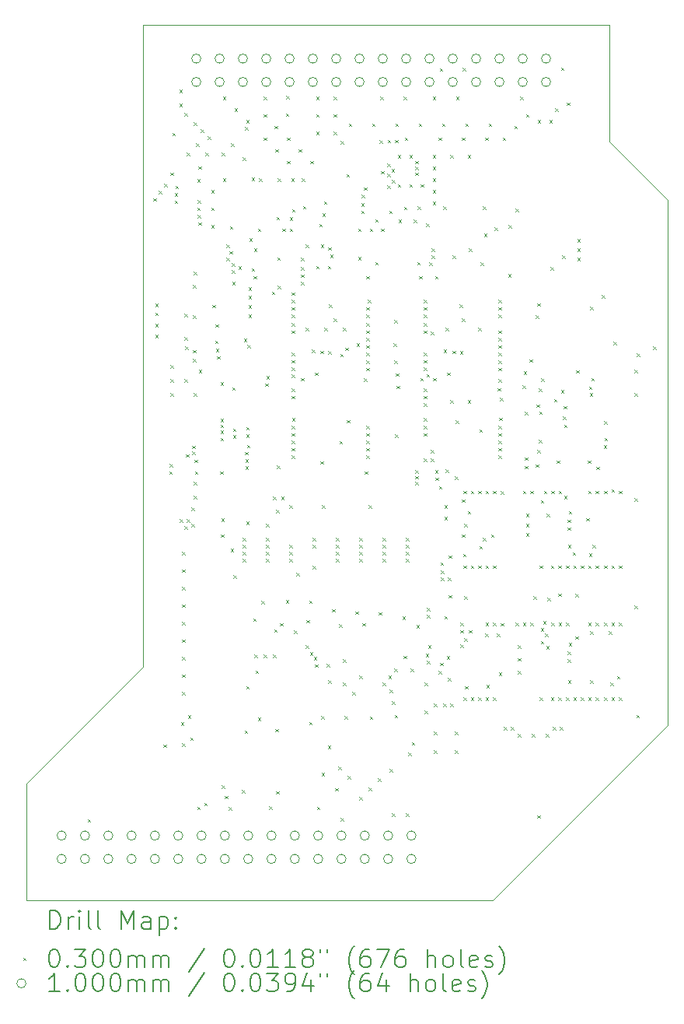
<source format=gbr>
%TF.GenerationSoftware,KiCad,Pcbnew,9.0.2*%
%TF.CreationDate,2025-07-03T22:57:50-04:00*%
%TF.ProjectId,RamBanks,52616d42-616e-46b7-932e-6b696361645f,A*%
%TF.SameCoordinates,Original*%
%TF.FileFunction,Drillmap*%
%TF.FilePolarity,Positive*%
%FSLAX45Y45*%
G04 Gerber Fmt 4.5, Leading zero omitted, Abs format (unit mm)*
G04 Created by KiCad (PCBNEW 9.0.2) date 2025-07-03 22:57:50*
%MOMM*%
%LPD*%
G01*
G04 APERTURE LIST*
%ADD10C,0.050000*%
%ADD11C,0.200000*%
%ADD12C,0.100000*%
G04 APERTURE END LIST*
D10*
X16700500Y-5930900D02*
X17335500Y-6565900D01*
X17335500Y-12280900D01*
X15430500Y-14185900D01*
X10350500Y-14185900D01*
X10350500Y-12915900D01*
X11620500Y-11645900D01*
X11620500Y-4660900D01*
X16700500Y-4660900D01*
X16700500Y-5930900D01*
D11*
D12*
X11021300Y-13307300D02*
X11051300Y-13337300D01*
X11051300Y-13307300D02*
X11021300Y-13337300D01*
X11736788Y-6550900D02*
X11766788Y-6580900D01*
X11766788Y-6550900D02*
X11736788Y-6580900D01*
X11754700Y-7696204D02*
X11784700Y-7726204D01*
X11784700Y-7696204D02*
X11754700Y-7726204D01*
X11754700Y-7795892D02*
X11784700Y-7825892D01*
X11784700Y-7795892D02*
X11754700Y-7825892D01*
X11754700Y-7918425D02*
X11784700Y-7948425D01*
X11784700Y-7918425D02*
X11754700Y-7948425D01*
X11754700Y-8034225D02*
X11784700Y-8064225D01*
X11784700Y-8034225D02*
X11754700Y-8064225D01*
X11794788Y-6470055D02*
X11824788Y-6500055D01*
X11824788Y-6470055D02*
X11794788Y-6500055D01*
X11846800Y-12494500D02*
X11876800Y-12524500D01*
X11876800Y-12494500D02*
X11846800Y-12524500D01*
X11852788Y-6394309D02*
X11882788Y-6424309D01*
X11882788Y-6394309D02*
X11852788Y-6424309D01*
X11910300Y-9522700D02*
X11940300Y-9552700D01*
X11940300Y-9522700D02*
X11910300Y-9552700D01*
X11913243Y-9442754D02*
X11943243Y-9472754D01*
X11943243Y-9442754D02*
X11913243Y-9472754D01*
X11923000Y-6271500D02*
X11953000Y-6301500D01*
X11953000Y-6271500D02*
X11923000Y-6301500D01*
X11923000Y-8367000D02*
X11953000Y-8397000D01*
X11953000Y-8367000D02*
X11923000Y-8397000D01*
X11923000Y-8519400D02*
X11953000Y-8549400D01*
X11953000Y-8519400D02*
X11923000Y-8549400D01*
X11923000Y-8671800D02*
X11953000Y-8701800D01*
X11953000Y-8671800D02*
X11923000Y-8701800D01*
X11943320Y-5837160D02*
X11973320Y-5867160D01*
X11973320Y-5837160D02*
X11943320Y-5867160D01*
X11968300Y-6495134D02*
X11998300Y-6525134D01*
X11998300Y-6495134D02*
X11968300Y-6525134D01*
X11968300Y-6575134D02*
X11998300Y-6605134D01*
X11998300Y-6575134D02*
X11968300Y-6605134D01*
X11978370Y-6415770D02*
X12008370Y-6445770D01*
X12008370Y-6415770D02*
X11978370Y-6445770D01*
X12019830Y-5369800D02*
X12049830Y-5399800D01*
X12049830Y-5369800D02*
X12019830Y-5399800D01*
X12019830Y-5522200D02*
X12049830Y-5552200D01*
X12049830Y-5522200D02*
X12019830Y-5552200D01*
X12024600Y-10043400D02*
X12054600Y-10073400D01*
X12054600Y-10043400D02*
X12024600Y-10073400D01*
X12037300Y-12253200D02*
X12067300Y-12283200D01*
X12067300Y-12253200D02*
X12037300Y-12283200D01*
X12050000Y-10399000D02*
X12080000Y-10429000D01*
X12080000Y-10399000D02*
X12050000Y-10429000D01*
X12050000Y-10589500D02*
X12080000Y-10619500D01*
X12080000Y-10589500D02*
X12050000Y-10619500D01*
X12050000Y-10780000D02*
X12080000Y-10810000D01*
X12080000Y-10780000D02*
X12050000Y-10810000D01*
X12050000Y-10970500D02*
X12080000Y-11000500D01*
X12080000Y-10970500D02*
X12050000Y-11000500D01*
X12050000Y-11161000D02*
X12080000Y-11191000D01*
X12080000Y-11161000D02*
X12050000Y-11191000D01*
X12050000Y-11351500D02*
X12080000Y-11381500D01*
X12080000Y-11351500D02*
X12050000Y-11381500D01*
X12050000Y-11542000D02*
X12080000Y-11572000D01*
X12080000Y-11542000D02*
X12050000Y-11572000D01*
X12050000Y-11732500D02*
X12080000Y-11762500D01*
X12080000Y-11732500D02*
X12050000Y-11762500D01*
X12050000Y-11923000D02*
X12080000Y-11953000D01*
X12080000Y-11923000D02*
X12050000Y-11953000D01*
X12050000Y-12481800D02*
X12080000Y-12511800D01*
X12080000Y-12481800D02*
X12050000Y-12511800D01*
X12075400Y-5623800D02*
X12105400Y-5653800D01*
X12105400Y-5623800D02*
X12075400Y-5653800D01*
X12075400Y-7808200D02*
X12105400Y-7838200D01*
X12105400Y-7808200D02*
X12075400Y-7838200D01*
X12075400Y-8062200D02*
X12105400Y-8092200D01*
X12105400Y-8062200D02*
X12075400Y-8092200D01*
X12075400Y-8519400D02*
X12105400Y-8549400D01*
X12105400Y-8519400D02*
X12075400Y-8549400D01*
X12075400Y-10119600D02*
X12105400Y-10149600D01*
X12105400Y-10119600D02*
X12075400Y-10149600D01*
X12083415Y-8164969D02*
X12113415Y-8194969D01*
X12113415Y-8164969D02*
X12083415Y-8194969D01*
X12090640Y-9337280D02*
X12120640Y-9367280D01*
X12120640Y-9337280D02*
X12090640Y-9367280D01*
X12100800Y-6055600D02*
X12130800Y-6085600D01*
X12130800Y-6055600D02*
X12100800Y-6085600D01*
X12100800Y-10043400D02*
X12130800Y-10073400D01*
X12130800Y-10043400D02*
X12100800Y-10073400D01*
X12113500Y-12177000D02*
X12143500Y-12207000D01*
X12143500Y-12177000D02*
X12113500Y-12207000D01*
X12138900Y-12418300D02*
X12168900Y-12448300D01*
X12168900Y-12418300D02*
X12138900Y-12448300D01*
X12150500Y-9915300D02*
X12180500Y-9945300D01*
X12180500Y-9915300D02*
X12150500Y-9945300D01*
X12151600Y-10094200D02*
X12181600Y-10124200D01*
X12181600Y-10094200D02*
X12151600Y-10124200D01*
X12156680Y-9240760D02*
X12186680Y-9270760D01*
X12186680Y-9240760D02*
X12156680Y-9270760D01*
X12156680Y-9306800D02*
X12186680Y-9336800D01*
X12186680Y-9306800D02*
X12156680Y-9336800D01*
X12166840Y-8199360D02*
X12196840Y-8229360D01*
X12196840Y-8199360D02*
X12166840Y-8229360D01*
X12167465Y-8300335D02*
X12197465Y-8330335D01*
X12197465Y-8300335D02*
X12167465Y-8330335D01*
X12168321Y-7491781D02*
X12198321Y-7521781D01*
X12198321Y-7491781D02*
X12168321Y-7521781D01*
X12168621Y-7825221D02*
X12198621Y-7855221D01*
X12198621Y-7825221D02*
X12168621Y-7855221D01*
X12177000Y-5725400D02*
X12207000Y-5755400D01*
X12207000Y-5725400D02*
X12177000Y-5755400D01*
X12177000Y-7351000D02*
X12207000Y-7381000D01*
X12207000Y-7351000D02*
X12177000Y-7381000D01*
X12177000Y-8671800D02*
X12207000Y-8701800D01*
X12207000Y-8671800D02*
X12177000Y-8701800D01*
X12177000Y-9637000D02*
X12207000Y-9667000D01*
X12207000Y-9637000D02*
X12177000Y-9667000D01*
X12177000Y-9789400D02*
X12207000Y-9819400D01*
X12207000Y-9789400D02*
X12177000Y-9819400D01*
X12182080Y-9393160D02*
X12212080Y-9423160D01*
X12212080Y-9393160D02*
X12182080Y-9423160D01*
X12187160Y-9520160D02*
X12217160Y-9550160D01*
X12217160Y-9520160D02*
X12187160Y-9550160D01*
X12202400Y-5954000D02*
X12232400Y-5984000D01*
X12232400Y-5954000D02*
X12202400Y-5984000D01*
X12212560Y-13172680D02*
X12242560Y-13202680D01*
X12242560Y-13172680D02*
X12212560Y-13202680D01*
X12213254Y-6343215D02*
X12243254Y-6373215D01*
X12243254Y-6343215D02*
X12213254Y-6373215D01*
X12215100Y-6652500D02*
X12245100Y-6682500D01*
X12245100Y-6652500D02*
X12215100Y-6682500D01*
X12216112Y-6733512D02*
X12246112Y-6763512D01*
X12246112Y-6733512D02*
X12216112Y-6763512D01*
X12220125Y-6572658D02*
X12250125Y-6602658D01*
X12250125Y-6572658D02*
X12220125Y-6602658D01*
X12224594Y-6813062D02*
X12254594Y-6843062D01*
X12254594Y-6813062D02*
X12224594Y-6843062D01*
X12227350Y-6202920D02*
X12257350Y-6232920D01*
X12257350Y-6202920D02*
X12227350Y-6232920D01*
X12230839Y-8414761D02*
X12260839Y-8444761D01*
X12260839Y-8414761D02*
X12230839Y-8444761D01*
X12253200Y-5801600D02*
X12283200Y-5831600D01*
X12283200Y-5801600D02*
X12253200Y-5831600D01*
X12288760Y-13126960D02*
X12318760Y-13156960D01*
X12318760Y-13126960D02*
X12288760Y-13156960D01*
X12304000Y-6055600D02*
X12334000Y-6085600D01*
X12334000Y-6055600D02*
X12304000Y-6085600D01*
X12329400Y-5877800D02*
X12359400Y-5907800D01*
X12359400Y-5877800D02*
X12329400Y-5907800D01*
X12367500Y-6462000D02*
X12397500Y-6492000D01*
X12397500Y-6462000D02*
X12367500Y-6492000D01*
X12367500Y-6652500D02*
X12397500Y-6682500D01*
X12397500Y-6652500D02*
X12367500Y-6682500D01*
X12367500Y-6843000D02*
X12397500Y-6873000D01*
X12397500Y-6843000D02*
X12367500Y-6873000D01*
X12380200Y-7711680D02*
X12410200Y-7741680D01*
X12410200Y-7711680D02*
X12380200Y-7741680D01*
X12409372Y-8100587D02*
X12439372Y-8130587D01*
X12439372Y-8100587D02*
X12409372Y-8130587D01*
X12412831Y-7920373D02*
X12442831Y-7950373D01*
X12442831Y-7920373D02*
X12412831Y-7950373D01*
X12416119Y-8188488D02*
X12446119Y-8218488D01*
X12446119Y-8188488D02*
X12416119Y-8218488D01*
X12428960Y-8267451D02*
X12458960Y-8297451D01*
X12458960Y-8267451D02*
X12428960Y-8297451D01*
X12464960Y-9520763D02*
X12494960Y-9550763D01*
X12494960Y-9520763D02*
X12464960Y-9550763D01*
X12466560Y-9159480D02*
X12496560Y-9189480D01*
X12496560Y-9159480D02*
X12466560Y-9189480D01*
X12469100Y-8550300D02*
X12499100Y-8580300D01*
X12499100Y-8550300D02*
X12469100Y-8580300D01*
X12469100Y-8951200D02*
X12499100Y-8981200D01*
X12499100Y-8951200D02*
X12469100Y-8981200D01*
X12469100Y-9014700D02*
X12499100Y-9044700D01*
X12499100Y-9014700D02*
X12469100Y-9044700D01*
X12469100Y-9078200D02*
X12499100Y-9108200D01*
X12499100Y-9078200D02*
X12469100Y-9108200D01*
X12471324Y-10206651D02*
X12501324Y-10236651D01*
X12501324Y-10206651D02*
X12471324Y-10236651D01*
X12476720Y-10033240D02*
X12506720Y-10063240D01*
X12506720Y-10033240D02*
X12476720Y-10063240D01*
X12481800Y-6055600D02*
X12511800Y-6085600D01*
X12511800Y-6055600D02*
X12481800Y-6085600D01*
X12482480Y-12939000D02*
X12512480Y-12969000D01*
X12512480Y-12939000D02*
X12482480Y-12969000D01*
X12494500Y-5446000D02*
X12524500Y-5476000D01*
X12524500Y-5446000D02*
X12494500Y-5476000D01*
X12494500Y-6335000D02*
X12524500Y-6365000D01*
X12524500Y-6335000D02*
X12494500Y-6365000D01*
X12514918Y-13053462D02*
X12544918Y-13083462D01*
X12544918Y-13053462D02*
X12514918Y-13083462D01*
X12532600Y-7053400D02*
X12562600Y-7083400D01*
X12562600Y-7053400D02*
X12532600Y-7083400D01*
X12532600Y-7198600D02*
X12562600Y-7228600D01*
X12562600Y-7198600D02*
X12532600Y-7228600D01*
X12554680Y-13176024D02*
X12584680Y-13206024D01*
X12584680Y-13176024D02*
X12554680Y-13206024D01*
X12566204Y-7126000D02*
X12596204Y-7156000D01*
X12596204Y-7126000D02*
X12566204Y-7156000D01*
X12570700Y-6855700D02*
X12600700Y-6885700D01*
X12600700Y-6855700D02*
X12570700Y-6885700D01*
X12578320Y-10363440D02*
X12608320Y-10393440D01*
X12608320Y-10363440D02*
X12578320Y-10393440D01*
X12583400Y-5954000D02*
X12613400Y-5984000D01*
X12613400Y-5954000D02*
X12583400Y-5984000D01*
X12590600Y-7255169D02*
X12620600Y-7285169D01*
X12620600Y-7255169D02*
X12590600Y-7285169D01*
X12590600Y-7335169D02*
X12620600Y-7365169D01*
X12620600Y-7335169D02*
X12590600Y-7365169D01*
X12593560Y-7459800D02*
X12623560Y-7489800D01*
X12623560Y-7459800D02*
X12593560Y-7489800D01*
X12596100Y-8608300D02*
X12626100Y-8638300D01*
X12626100Y-8608300D02*
X12596100Y-8638300D01*
X12603720Y-9057880D02*
X12633720Y-9087880D01*
X12633720Y-9057880D02*
X12603720Y-9087880D01*
X12604726Y-9129000D02*
X12634726Y-9159000D01*
X12634726Y-9129000D02*
X12604726Y-9159000D01*
X12608800Y-10653000D02*
X12638800Y-10683000D01*
X12638800Y-10653000D02*
X12608800Y-10683000D01*
X12621500Y-5573000D02*
X12651500Y-5603000D01*
X12651500Y-5573000D02*
X12621500Y-5603000D01*
X12662726Y-7289779D02*
X12692726Y-7319779D01*
X12692726Y-7289779D02*
X12662726Y-7319779D01*
X12700240Y-12989800D02*
X12730240Y-13019800D01*
X12730240Y-12989800D02*
X12700240Y-13019800D01*
X12710400Y-6106400D02*
X12740400Y-6136400D01*
X12740400Y-6106400D02*
X12710400Y-6136400D01*
X12710400Y-10246600D02*
X12740400Y-10276600D01*
X12740400Y-10246600D02*
X12710400Y-10276600D01*
X12710400Y-10322800D02*
X12740400Y-10352800D01*
X12740400Y-10322800D02*
X12710400Y-10352800D01*
X12710400Y-10399000D02*
X12740400Y-10429000D01*
X12740400Y-10399000D02*
X12710400Y-10429000D01*
X12710400Y-10475200D02*
X12740400Y-10505200D01*
X12740400Y-10475200D02*
X12710400Y-10505200D01*
X12720726Y-8078350D02*
X12750726Y-8108350D01*
X12750726Y-8078350D02*
X12720726Y-8108350D01*
X12730720Y-12339560D02*
X12760720Y-12369560D01*
X12760720Y-12339560D02*
X12730720Y-12369560D01*
X12734340Y-9309168D02*
X12764340Y-9339168D01*
X12764340Y-9309168D02*
X12734340Y-9339168D01*
X12735800Y-5776200D02*
X12765800Y-5806200D01*
X12765800Y-5776200D02*
X12735800Y-5806200D01*
X12739400Y-9389008D02*
X12769400Y-9419008D01*
X12769400Y-9389008D02*
X12739400Y-9419008D01*
X12739669Y-9469007D02*
X12769669Y-9499007D01*
X12769669Y-9469007D02*
X12739669Y-9499007D01*
X12748500Y-5700000D02*
X12778500Y-5730000D01*
X12778500Y-5700000D02*
X12748500Y-5730000D01*
X12748500Y-9040100D02*
X12778500Y-9070100D01*
X12778500Y-9040100D02*
X12748500Y-9070100D01*
X12748500Y-9120100D02*
X12778500Y-9150100D01*
X12778500Y-9120100D02*
X12748500Y-9150100D01*
X12748500Y-10068800D02*
X12778500Y-10098800D01*
X12778500Y-10068800D02*
X12748500Y-10098800D01*
X12748500Y-11859500D02*
X12778500Y-11889500D01*
X12778500Y-11859500D02*
X12748500Y-11889500D01*
X12757073Y-9232465D02*
X12787073Y-9262465D01*
X12787073Y-9232465D02*
X12757073Y-9262465D01*
X12760000Y-8148046D02*
X12790000Y-8178046D01*
X12790000Y-8148046D02*
X12760000Y-8178046D01*
X12771929Y-7518071D02*
X12801929Y-7548071D01*
X12801929Y-7518071D02*
X12771929Y-7548071D01*
X12773959Y-7612153D02*
X12803959Y-7642153D01*
X12803959Y-7612153D02*
X12773959Y-7642153D01*
X12773959Y-7713753D02*
X12803959Y-7743753D01*
X12803959Y-7713753D02*
X12773959Y-7743753D01*
X12773959Y-7815353D02*
X12803959Y-7845353D01*
X12803959Y-7815353D02*
X12773959Y-7845353D01*
X12782595Y-6986491D02*
X12812595Y-7016491D01*
X12812595Y-6986491D02*
X12782595Y-7016491D01*
X12805591Y-6324924D02*
X12835591Y-6354924D01*
X12835591Y-6324924D02*
X12805591Y-6354924D01*
X12806920Y-7310360D02*
X12836920Y-7340360D01*
X12836920Y-7310360D02*
X12806920Y-7340360D01*
X12824504Y-11122900D02*
X12854504Y-11152900D01*
X12854504Y-11122900D02*
X12824504Y-11152900D01*
X12827240Y-7396720D02*
X12857240Y-7426720D01*
X12857240Y-7396720D02*
X12827240Y-7426720D01*
X12831818Y-7096852D02*
X12861818Y-7126852D01*
X12861818Y-7096852D02*
X12831818Y-7126852D01*
X12837400Y-11516600D02*
X12867400Y-11546600D01*
X12867400Y-11516600D02*
X12837400Y-11546600D01*
X12847560Y-11689320D02*
X12877560Y-11719320D01*
X12877560Y-11689320D02*
X12847560Y-11719320D01*
X12872960Y-12202400D02*
X12902960Y-12232400D01*
X12902960Y-12202400D02*
X12872960Y-12232400D01*
X12875500Y-6881324D02*
X12905500Y-6911324D01*
X12905500Y-6881324D02*
X12875500Y-6911324D01*
X12888200Y-6335000D02*
X12918200Y-6365000D01*
X12918200Y-6335000D02*
X12888200Y-6365000D01*
X12913600Y-10932400D02*
X12943600Y-10962400D01*
X12943600Y-10932400D02*
X12913600Y-10962400D01*
X12939000Y-5446000D02*
X12969000Y-5476000D01*
X12969000Y-5446000D02*
X12939000Y-5476000D01*
X12939000Y-5636500D02*
X12969000Y-5666500D01*
X12969000Y-5636500D02*
X12939000Y-5666500D01*
X12939000Y-5890500D02*
X12969000Y-5920500D01*
X12969000Y-5890500D02*
X12939000Y-5920500D01*
X12939000Y-11516600D02*
X12969000Y-11546600D01*
X12969000Y-11516600D02*
X12939000Y-11546600D01*
X12952349Y-8564028D02*
X12982349Y-8594028D01*
X12982349Y-8564028D02*
X12952349Y-8594028D01*
X12964400Y-10094200D02*
X12994400Y-10124200D01*
X12994400Y-10094200D02*
X12964400Y-10124200D01*
X12964400Y-10246600D02*
X12994400Y-10276600D01*
X12994400Y-10246600D02*
X12964400Y-10276600D01*
X12964400Y-10322800D02*
X12994400Y-10352800D01*
X12994400Y-10322800D02*
X12964400Y-10352800D01*
X12964400Y-10399000D02*
X12994400Y-10429000D01*
X12994400Y-10399000D02*
X12964400Y-10429000D01*
X12964400Y-10475200D02*
X12994400Y-10505200D01*
X12994400Y-10475200D02*
X12964400Y-10505200D01*
X12965400Y-8485100D02*
X12995400Y-8515100D01*
X12995400Y-8485100D02*
X12965400Y-8515100D01*
X12994880Y-13167600D02*
X13024880Y-13197600D01*
X13024880Y-13167600D02*
X12994880Y-13197600D01*
X13027900Y-7566900D02*
X13057900Y-7596900D01*
X13057900Y-7566900D02*
X13027900Y-7596900D01*
X13040600Y-9796600D02*
X13070600Y-9826600D01*
X13070600Y-9796600D02*
X13040600Y-9826600D01*
X13040600Y-11516600D02*
X13070600Y-11546600D01*
X13070600Y-11516600D02*
X13040600Y-11546600D01*
X13050760Y-11242280D02*
X13080760Y-11272280D01*
X13080760Y-11242280D02*
X13050760Y-11272280D01*
X13055840Y-5760960D02*
X13085840Y-5790960D01*
X13085840Y-5760960D02*
X13055840Y-5790960D01*
X13066000Y-6017500D02*
X13096000Y-6047500D01*
X13096000Y-6017500D02*
X13066000Y-6047500D01*
X13066000Y-12324320D02*
X13096000Y-12354320D01*
X13096000Y-12324320D02*
X13066000Y-12354320D01*
X13071080Y-12999960D02*
X13101080Y-13029960D01*
X13101080Y-12999960D02*
X13071080Y-13029960D01*
X13072340Y-9941285D02*
X13102340Y-9971285D01*
X13102340Y-9941285D02*
X13072340Y-9971285D01*
X13078700Y-6754100D02*
X13108700Y-6784100D01*
X13108700Y-6754100D02*
X13078700Y-6784100D01*
X13081240Y-9459200D02*
X13111240Y-9489200D01*
X13111240Y-9459200D02*
X13081240Y-9489200D01*
X13087000Y-7193324D02*
X13117000Y-7223324D01*
X13117000Y-7193324D02*
X13087000Y-7223324D01*
X13090086Y-7503752D02*
X13120086Y-7533752D01*
X13120086Y-7503752D02*
X13090086Y-7533752D01*
X13091400Y-6335000D02*
X13121400Y-6365000D01*
X13121400Y-6335000D02*
X13091400Y-6365000D01*
X13116800Y-11173700D02*
X13146800Y-11203700D01*
X13146800Y-11173700D02*
X13116800Y-11203700D01*
X13126830Y-9796600D02*
X13156830Y-9826600D01*
X13156830Y-9796600D02*
X13126830Y-9826600D01*
X13142239Y-6881324D02*
X13172239Y-6911324D01*
X13172239Y-6881324D02*
X13142239Y-6911324D01*
X13177760Y-5628880D02*
X13207760Y-5658880D01*
X13207760Y-5628880D02*
X13177760Y-5658880D01*
X13177760Y-10922240D02*
X13207760Y-10952240D01*
X13207760Y-10922240D02*
X13177760Y-10952240D01*
X13182840Y-5435840D02*
X13212840Y-5465840D01*
X13212840Y-5435840D02*
X13182840Y-5465840D01*
X13193000Y-5890500D02*
X13223000Y-5920500D01*
X13223000Y-5890500D02*
X13193000Y-5920500D01*
X13193000Y-6144500D02*
X13223000Y-6174500D01*
X13223000Y-6144500D02*
X13193000Y-6174500D01*
X13218400Y-9891000D02*
X13248400Y-9921000D01*
X13248400Y-9891000D02*
X13218400Y-9921000D01*
X13218400Y-10322800D02*
X13248400Y-10352800D01*
X13248400Y-10322800D02*
X13218400Y-10352800D01*
X13218400Y-10399000D02*
X13248400Y-10429000D01*
X13248400Y-10399000D02*
X13218400Y-10429000D01*
X13218400Y-10475200D02*
X13248400Y-10505200D01*
X13248400Y-10475200D02*
X13218400Y-10505200D01*
X13220334Y-6759600D02*
X13250334Y-6789600D01*
X13250334Y-6759600D02*
X13220334Y-6789600D01*
X13222239Y-6881324D02*
X13252239Y-6911324D01*
X13252239Y-6881324D02*
X13222239Y-6911324D01*
X13238720Y-6335000D02*
X13268720Y-6365000D01*
X13268720Y-6335000D02*
X13238720Y-6365000D01*
X13242788Y-7574788D02*
X13272788Y-7604788D01*
X13272788Y-7574788D02*
X13242788Y-7604788D01*
X13243800Y-7655800D02*
X13273800Y-7685800D01*
X13273800Y-7655800D02*
X13243800Y-7685800D01*
X13243800Y-7735800D02*
X13273800Y-7765800D01*
X13273800Y-7735800D02*
X13243800Y-7765800D01*
X13243800Y-7815801D02*
X13273800Y-7845801D01*
X13273800Y-7815801D02*
X13243800Y-7845801D01*
X13243800Y-7909800D02*
X13273800Y-7939800D01*
X13273800Y-7909800D02*
X13243800Y-7939800D01*
X13243800Y-7989800D02*
X13273800Y-8019800D01*
X13273800Y-7989800D02*
X13243800Y-8019800D01*
X13243800Y-8229801D02*
X13273800Y-8259801D01*
X13273800Y-8229801D02*
X13243800Y-8259801D01*
X13243800Y-8309801D02*
X13273800Y-8339801D01*
X13273800Y-8309801D02*
X13243800Y-8339801D01*
X13243800Y-8389802D02*
X13273800Y-8419802D01*
X13273800Y-8389802D02*
X13243800Y-8419802D01*
X13243800Y-8469802D02*
X13273800Y-8499802D01*
X13273800Y-8469802D02*
X13243800Y-8499802D01*
X13243800Y-8621000D02*
X13273800Y-8651000D01*
X13273800Y-8621000D02*
X13243800Y-8651000D01*
X13243800Y-8701000D02*
X13273800Y-8731000D01*
X13273800Y-8701000D02*
X13243800Y-8731000D01*
X13243800Y-9027400D02*
X13273800Y-9057400D01*
X13273800Y-9027400D02*
X13243800Y-9057400D01*
X13243800Y-9107400D02*
X13273800Y-9137400D01*
X13273800Y-9107400D02*
X13243800Y-9137400D01*
X13243800Y-9187401D02*
X13273800Y-9217401D01*
X13273800Y-9187401D02*
X13243800Y-9217401D01*
X13243800Y-9267401D02*
X13273800Y-9297401D01*
X13273800Y-9267401D02*
X13243800Y-9297401D01*
X13243800Y-9347401D02*
X13273800Y-9377401D01*
X13273800Y-9347401D02*
X13243800Y-9377401D01*
X13246712Y-6668112D02*
X13276712Y-6698112D01*
X13276712Y-6668112D02*
X13246712Y-6698112D01*
X13247130Y-8940916D02*
X13277130Y-8970916D01*
X13277130Y-8940916D02*
X13247130Y-8970916D01*
X13269200Y-11252440D02*
X13299200Y-11282440D01*
X13299200Y-11252440D02*
X13269200Y-11282440D01*
X13294600Y-10627600D02*
X13324600Y-10657600D01*
X13324600Y-10627600D02*
X13294600Y-10657600D01*
X13320000Y-6017500D02*
X13350000Y-6047500D01*
X13350000Y-6017500D02*
X13320000Y-6047500D01*
X13344388Y-7381212D02*
X13374388Y-7411212D01*
X13374388Y-7381212D02*
X13344388Y-7411212D01*
X13345400Y-7198600D02*
X13375400Y-7228600D01*
X13375400Y-7198600D02*
X13345400Y-7228600D01*
X13345400Y-7300200D02*
X13375400Y-7330200D01*
X13375400Y-7300200D02*
X13345400Y-7330200D01*
X13345400Y-8504900D02*
X13375400Y-8534900D01*
X13375400Y-8504900D02*
X13345400Y-8534900D01*
X13345522Y-7461205D02*
X13375522Y-7491205D01*
X13375522Y-7461205D02*
X13345522Y-7491205D01*
X13350480Y-6335000D02*
X13380480Y-6365000D01*
X13380480Y-6335000D02*
X13350480Y-6365000D01*
X13363924Y-6632924D02*
X13393924Y-6662924D01*
X13393924Y-6632924D02*
X13363924Y-6662924D01*
X13396200Y-7053400D02*
X13426200Y-7083400D01*
X13426200Y-7053400D02*
X13396200Y-7083400D01*
X13396200Y-7960600D02*
X13426200Y-7990600D01*
X13426200Y-7960600D02*
X13396200Y-7990600D01*
X13396200Y-11415000D02*
X13426200Y-11445000D01*
X13426200Y-11415000D02*
X13396200Y-11445000D01*
X13401280Y-11140680D02*
X13431280Y-11170680D01*
X13431280Y-11140680D02*
X13401280Y-11170680D01*
X13431760Y-10927320D02*
X13461760Y-10957320D01*
X13461760Y-10927320D02*
X13431760Y-10957320D01*
X13434300Y-12247700D02*
X13464300Y-12277700D01*
X13464300Y-12247700D02*
X13434300Y-12277700D01*
X13441920Y-11491200D02*
X13471920Y-11521200D01*
X13471920Y-11491200D02*
X13441920Y-11521200D01*
X13447000Y-6144500D02*
X13477000Y-6174500D01*
X13477000Y-6144500D02*
X13447000Y-6174500D01*
X13462612Y-8198988D02*
X13492612Y-8228988D01*
X13492612Y-8198988D02*
X13462612Y-8228988D01*
X13472400Y-10246600D02*
X13502400Y-10276600D01*
X13502400Y-10246600D02*
X13472400Y-10276600D01*
X13472400Y-10322800D02*
X13502400Y-10352800D01*
X13502400Y-10322800D02*
X13472400Y-10352800D01*
X13472400Y-10551400D02*
X13502400Y-10581400D01*
X13502400Y-10551400D02*
X13472400Y-10581400D01*
X13482560Y-11542000D02*
X13512560Y-11572000D01*
X13512560Y-11542000D02*
X13482560Y-11572000D01*
X13497800Y-8446900D02*
X13527800Y-8476900D01*
X13527800Y-8446900D02*
X13497800Y-8476900D01*
X13497800Y-11623280D02*
X13527800Y-11653280D01*
X13527800Y-11623280D02*
X13497800Y-11653280D01*
X13510500Y-5446000D02*
X13540500Y-5476000D01*
X13540500Y-5446000D02*
X13510500Y-5476000D01*
X13510500Y-5636500D02*
X13540500Y-5666500D01*
X13540500Y-5636500D02*
X13510500Y-5666500D01*
X13510500Y-5827000D02*
X13540500Y-5857000D01*
X13540500Y-5827000D02*
X13510500Y-5857000D01*
X13510500Y-7287500D02*
X13540500Y-7317500D01*
X13540500Y-7287500D02*
X13510500Y-7317500D01*
X13518120Y-13172680D02*
X13548120Y-13202680D01*
X13548120Y-13172680D02*
X13518120Y-13202680D01*
X13544200Y-6830524D02*
X13574200Y-6860524D01*
X13574200Y-6830524D02*
X13544200Y-6860524D01*
X13553680Y-9413480D02*
X13583680Y-9443480D01*
X13583680Y-9413480D02*
X13553680Y-9443480D01*
X13556410Y-8210761D02*
X13586410Y-8240761D01*
X13586410Y-8210761D02*
X13556410Y-8240761D01*
X13561300Y-7053400D02*
X13591300Y-7083400D01*
X13591300Y-7053400D02*
X13561300Y-7083400D01*
X13565272Y-12186159D02*
X13595272Y-12216159D01*
X13595272Y-12186159D02*
X13565272Y-12216159D01*
X13568920Y-12801840D02*
X13598920Y-12831840D01*
X13598920Y-12801840D02*
X13568920Y-12831840D01*
X13574000Y-9891000D02*
X13604000Y-9921000D01*
X13604000Y-9891000D02*
X13574000Y-9921000D01*
X13575717Y-6716841D02*
X13605717Y-6746841D01*
X13605717Y-6716841D02*
X13575717Y-6746841D01*
X13595000Y-6583724D02*
X13625000Y-6613724D01*
X13625000Y-6583724D02*
X13595000Y-6613724D01*
X13599400Y-7960600D02*
X13629400Y-7990600D01*
X13629400Y-7960600D02*
X13599400Y-7990600D01*
X13624800Y-11618200D02*
X13654800Y-11648200D01*
X13654800Y-11618200D02*
X13624800Y-11648200D01*
X13634960Y-12507200D02*
X13664960Y-12537200D01*
X13664960Y-12507200D02*
X13634960Y-12537200D01*
X13637500Y-7287500D02*
X13667500Y-7317500D01*
X13667500Y-7287500D02*
X13637500Y-7317500D01*
X13640412Y-11793088D02*
X13670412Y-11823088D01*
X13670412Y-11793088D02*
X13640412Y-11823088D01*
X13640821Y-8213148D02*
X13670821Y-8243148D01*
X13670821Y-8213148D02*
X13640821Y-8243148D01*
X13642442Y-7084600D02*
X13672442Y-7114600D01*
X13672442Y-7084600D02*
X13642442Y-7114600D01*
X13650200Y-7706600D02*
X13680200Y-7736600D01*
X13680200Y-7706600D02*
X13650200Y-7736600D01*
X13663262Y-7161844D02*
X13693262Y-7191844D01*
X13693262Y-7161844D02*
X13663262Y-7191844D01*
X13680680Y-11018760D02*
X13710680Y-11048760D01*
X13710680Y-11018760D02*
X13680680Y-11048760D01*
X13701000Y-5446000D02*
X13731000Y-5476000D01*
X13731000Y-5446000D02*
X13701000Y-5476000D01*
X13701000Y-5636500D02*
X13731000Y-5666500D01*
X13731000Y-5636500D02*
X13701000Y-5666500D01*
X13701000Y-5827000D02*
X13731000Y-5857000D01*
X13731000Y-5827000D02*
X13701000Y-5857000D01*
X13701000Y-7859000D02*
X13731000Y-7889000D01*
X13731000Y-7859000D02*
X13701000Y-7889000D01*
X13716240Y-12969480D02*
X13746240Y-12999480D01*
X13746240Y-12969480D02*
X13716240Y-12999480D01*
X13726400Y-10246600D02*
X13756400Y-10276600D01*
X13756400Y-10246600D02*
X13726400Y-10276600D01*
X13726400Y-10322800D02*
X13756400Y-10352800D01*
X13756400Y-10322800D02*
X13726400Y-10352800D01*
X13726400Y-10399000D02*
X13756400Y-10429000D01*
X13756400Y-10399000D02*
X13726400Y-10429000D01*
X13726400Y-10475200D02*
X13756400Y-10505200D01*
X13756400Y-10475200D02*
X13726400Y-10505200D01*
X13751800Y-12735800D02*
X13781800Y-12765800D01*
X13781800Y-12735800D02*
X13751800Y-12765800D01*
X13759224Y-11186400D02*
X13789224Y-11216400D01*
X13789224Y-11186400D02*
X13759224Y-11216400D01*
X13764500Y-9192500D02*
X13794500Y-9222500D01*
X13794500Y-9192500D02*
X13764500Y-9222500D01*
X13772120Y-8245080D02*
X13802120Y-8275080D01*
X13802120Y-8245080D02*
X13772120Y-8275080D01*
X13777200Y-5928600D02*
X13807200Y-5958600D01*
X13807200Y-5928600D02*
X13777200Y-5958600D01*
X13777200Y-13294600D02*
X13807200Y-13324600D01*
X13807200Y-13294600D02*
X13777200Y-13324600D01*
X13802600Y-7960600D02*
X13832600Y-7990600D01*
X13832600Y-7960600D02*
X13802600Y-7990600D01*
X13802600Y-11567400D02*
X13832600Y-11597400D01*
X13832600Y-11567400D02*
X13802600Y-11597400D01*
X13802600Y-11821400D02*
X13832600Y-11851400D01*
X13832600Y-11821400D02*
X13802600Y-11851400D01*
X13819272Y-12186159D02*
X13849272Y-12216159D01*
X13849272Y-12186159D02*
X13819272Y-12216159D01*
X13828000Y-8176500D02*
X13858000Y-8206500D01*
X13858000Y-8176500D02*
X13828000Y-8206500D01*
X13838160Y-6289280D02*
X13868160Y-6319280D01*
X13868160Y-6289280D02*
X13838160Y-6319280D01*
X13843240Y-8961360D02*
X13873240Y-8991360D01*
X13873240Y-8961360D02*
X13843240Y-8991360D01*
X13853400Y-12837400D02*
X13883400Y-12867400D01*
X13883400Y-12837400D02*
X13853400Y-12867400D01*
X13866100Y-5738100D02*
X13896100Y-5768100D01*
X13896100Y-5738100D02*
X13866100Y-5768100D01*
X13904200Y-11923000D02*
X13934200Y-11953000D01*
X13934200Y-11923000D02*
X13904200Y-11953000D01*
X13934680Y-11044160D02*
X13964680Y-11074160D01*
X13964680Y-11044160D02*
X13934680Y-11074160D01*
X13949920Y-8128240D02*
X13979920Y-8158240D01*
X13979920Y-8128240D02*
X13949920Y-8158240D01*
X13964937Y-7189294D02*
X13994937Y-7219294D01*
X13994937Y-7189294D02*
X13964937Y-7219294D01*
X13967700Y-6881100D02*
X13997700Y-6911100D01*
X13997700Y-6881100D02*
X13967700Y-6911100D01*
X13980400Y-10246600D02*
X14010400Y-10276600D01*
X14010400Y-10246600D02*
X13980400Y-10276600D01*
X13980400Y-10322800D02*
X14010400Y-10352800D01*
X14010400Y-10322800D02*
X13980400Y-10352800D01*
X13980400Y-10399000D02*
X14010400Y-10429000D01*
X14010400Y-10399000D02*
X13980400Y-10429000D01*
X13980400Y-10475200D02*
X14010400Y-10505200D01*
X14010400Y-10475200D02*
X13980400Y-10505200D01*
X13980400Y-11745200D02*
X14010400Y-11775200D01*
X14010400Y-11745200D02*
X13980400Y-11775200D01*
X13980400Y-13066000D02*
X14010400Y-13096000D01*
X14010400Y-13066000D02*
X13980400Y-13096000D01*
X14001400Y-6605323D02*
X14031400Y-6635323D01*
X14031400Y-6605323D02*
X14001400Y-6635323D01*
X14001400Y-6685324D02*
X14031400Y-6715324D01*
X14031400Y-6685324D02*
X14001400Y-6715324D01*
X14005800Y-6512800D02*
X14035800Y-6542800D01*
X14035800Y-6512800D02*
X14005800Y-6542800D01*
X14013224Y-11173700D02*
X14043224Y-11203700D01*
X14043224Y-11173700D02*
X14013224Y-11203700D01*
X14029925Y-8512300D02*
X14059925Y-8542300D01*
X14059925Y-8512300D02*
X14029925Y-8542300D01*
X14031200Y-6431520D02*
X14061200Y-6461520D01*
X14061200Y-6431520D02*
X14031200Y-6461520D01*
X14036280Y-9520160D02*
X14066280Y-9550160D01*
X14066280Y-9520160D02*
X14036280Y-9550160D01*
X14056195Y-8229800D02*
X14086195Y-8259800D01*
X14086195Y-8229800D02*
X14056195Y-8259800D01*
X14056600Y-7395300D02*
X14086600Y-7425300D01*
X14086600Y-7395300D02*
X14056600Y-7425300D01*
X14056600Y-7735800D02*
X14086600Y-7765800D01*
X14086600Y-7735800D02*
X14056600Y-7765800D01*
X14056600Y-7815801D02*
X14086600Y-7845801D01*
X14086600Y-7815801D02*
X14056600Y-7845801D01*
X14056600Y-7909800D02*
X14086600Y-7939800D01*
X14086600Y-7909800D02*
X14056600Y-7939800D01*
X14056600Y-7989800D02*
X14086600Y-8019800D01*
X14086600Y-7989800D02*
X14056600Y-8019800D01*
X14056600Y-8069801D02*
X14086600Y-8099801D01*
X14086600Y-8069801D02*
X14056600Y-8099801D01*
X14056600Y-8149801D02*
X14086600Y-8179801D01*
X14086600Y-8149801D02*
X14056600Y-8179801D01*
X14056600Y-8316200D02*
X14086600Y-8346200D01*
X14086600Y-8316200D02*
X14056600Y-8346200D01*
X14056600Y-9027400D02*
X14086600Y-9057400D01*
X14086600Y-9027400D02*
X14056600Y-9057400D01*
X14056600Y-9107400D02*
X14086600Y-9137400D01*
X14086600Y-9107400D02*
X14056600Y-9137400D01*
X14056600Y-9187401D02*
X14086600Y-9217401D01*
X14086600Y-9187401D02*
X14056600Y-9217401D01*
X14056600Y-9267401D02*
X14086600Y-9297401D01*
X14086600Y-9267401D02*
X14056600Y-9297401D01*
X14056600Y-9347401D02*
X14086600Y-9377401D01*
X14086600Y-9347401D02*
X14056600Y-9377401D01*
X14056700Y-8396200D02*
X14086700Y-8426200D01*
X14086700Y-8396200D02*
X14056700Y-8426200D01*
X14070012Y-7655700D02*
X14100012Y-7685700D01*
X14100012Y-7655700D02*
X14070012Y-7685700D01*
X14082000Y-9891000D02*
X14112000Y-9921000D01*
X14112000Y-9891000D02*
X14082000Y-9921000D01*
X14082000Y-12964400D02*
X14112000Y-12994400D01*
X14112000Y-12964400D02*
X14082000Y-12994400D01*
X14094700Y-6881100D02*
X14124700Y-6911100D01*
X14124700Y-6881100D02*
X14094700Y-6911100D01*
X14094700Y-12189700D02*
X14124700Y-12219700D01*
X14124700Y-12189700D02*
X14094700Y-12219700D01*
X14120100Y-5738100D02*
X14150100Y-5768100D01*
X14150100Y-5738100D02*
X14120100Y-5768100D01*
X14153120Y-6776960D02*
X14183120Y-6806960D01*
X14183120Y-6776960D02*
X14153120Y-6806960D01*
X14153800Y-7244124D02*
X14183800Y-7274124D01*
X14183800Y-7244124D02*
X14153800Y-7274124D01*
X14183600Y-12862800D02*
X14213600Y-12892800D01*
X14213600Y-12862800D02*
X14183600Y-12892800D01*
X14188680Y-11054320D02*
X14218680Y-11084320D01*
X14218680Y-11054320D02*
X14188680Y-11084320D01*
X14200263Y-5919863D02*
X14230263Y-5949863D01*
X14230263Y-5919863D02*
X14200263Y-5949863D01*
X14209000Y-5446000D02*
X14239000Y-5476000D01*
X14239000Y-5446000D02*
X14209000Y-5476000D01*
X14214000Y-6881324D02*
X14244000Y-6911324D01*
X14244000Y-6881324D02*
X14214000Y-6911324D01*
X14214080Y-6253720D02*
X14244080Y-6283720D01*
X14244080Y-6253720D02*
X14214080Y-6283720D01*
X14234400Y-10246600D02*
X14264400Y-10276600D01*
X14264400Y-10246600D02*
X14234400Y-10276600D01*
X14234400Y-10322800D02*
X14264400Y-10352800D01*
X14264400Y-10322800D02*
X14234400Y-10352800D01*
X14234400Y-10399000D02*
X14264400Y-10429000D01*
X14264400Y-10399000D02*
X14234400Y-10429000D01*
X14234400Y-10475200D02*
X14264400Y-10505200D01*
X14264400Y-10475200D02*
X14234400Y-10505200D01*
X14234400Y-11821400D02*
X14264400Y-11851400D01*
X14264400Y-11821400D02*
X14234400Y-11851400D01*
X14285200Y-6172440D02*
X14315200Y-6202440D01*
X14315200Y-6172440D02*
X14285200Y-6202440D01*
X14285200Y-6284200D02*
X14315200Y-6314200D01*
X14315200Y-6284200D02*
X14285200Y-6314200D01*
X14286000Y-6412000D02*
X14316000Y-6442000D01*
X14316000Y-6412000D02*
X14286000Y-6442000D01*
X14287198Y-5914953D02*
X14317198Y-5944953D01*
X14317198Y-5914953D02*
X14287198Y-5944953D01*
X14297900Y-11745200D02*
X14327900Y-11775200D01*
X14327900Y-11745200D02*
X14297900Y-11775200D01*
X14306200Y-6685324D02*
X14336200Y-6715324D01*
X14336200Y-6685324D02*
X14306200Y-6715324D01*
X14310600Y-11897600D02*
X14340600Y-11927600D01*
X14340600Y-11897600D02*
X14310600Y-11927600D01*
X14310600Y-12761200D02*
X14340600Y-12791200D01*
X14340600Y-12761200D02*
X14310600Y-12791200D01*
X14330920Y-6233400D02*
X14360920Y-6263400D01*
X14360920Y-6233400D02*
X14330920Y-6263400D01*
X14336000Y-12024600D02*
X14366000Y-12054600D01*
X14366000Y-12024600D02*
X14336000Y-12054600D01*
X14336000Y-13243800D02*
X14366000Y-13273800D01*
X14366000Y-13243800D02*
X14336000Y-13273800D01*
X14336138Y-6349661D02*
X14366138Y-6379661D01*
X14366138Y-6349661D02*
X14336138Y-6379661D01*
X14353780Y-8127801D02*
X14383780Y-8157801D01*
X14383780Y-8127801D02*
X14353780Y-8157801D01*
X14361400Y-7874240D02*
X14391400Y-7904240D01*
X14391400Y-7874240D02*
X14361400Y-7904240D01*
X14361400Y-8316200D02*
X14391400Y-8346200D01*
X14391400Y-8316200D02*
X14361400Y-8346200D01*
X14361400Y-11669000D02*
X14391400Y-11699000D01*
X14391400Y-11669000D02*
X14361400Y-11699000D01*
X14365300Y-12173100D02*
X14395300Y-12203100D01*
X14395300Y-12173100D02*
X14365300Y-12203100D01*
X14367538Y-5916638D02*
X14397538Y-5946638D01*
X14397538Y-5916638D02*
X14367538Y-5946638D01*
X14369505Y-9120895D02*
X14399505Y-9150895D01*
X14399505Y-9120895D02*
X14369505Y-9150895D01*
X14374100Y-5738100D02*
X14404100Y-5768100D01*
X14404100Y-5738100D02*
X14374100Y-5768100D01*
X14375302Y-8453979D02*
X14405302Y-8483979D01*
X14405302Y-8453979D02*
X14375302Y-8483979D01*
X14385349Y-8591872D02*
X14415349Y-8621872D01*
X14415349Y-8591872D02*
X14385349Y-8621872D01*
X14399500Y-6081000D02*
X14429500Y-6111000D01*
X14429500Y-6081000D02*
X14399500Y-6111000D01*
X14399500Y-6398500D02*
X14429500Y-6428500D01*
X14429500Y-6398500D02*
X14399500Y-6428500D01*
X14407120Y-6782040D02*
X14437120Y-6812040D01*
X14437120Y-6782040D02*
X14407120Y-6812040D01*
X14447760Y-11100040D02*
X14477760Y-11130040D01*
X14477760Y-11100040D02*
X14447760Y-11130040D01*
X14462965Y-11527274D02*
X14492965Y-11557274D01*
X14492965Y-11527274D02*
X14462965Y-11557274D01*
X14463000Y-5446000D02*
X14493000Y-5476000D01*
X14493000Y-5446000D02*
X14463000Y-5476000D01*
X14464177Y-6643139D02*
X14494177Y-6673139D01*
X14494177Y-6643139D02*
X14464177Y-6673139D01*
X14475700Y-5890500D02*
X14505700Y-5920500D01*
X14505700Y-5890500D02*
X14475700Y-5920500D01*
X14488400Y-10246600D02*
X14518400Y-10276600D01*
X14518400Y-10246600D02*
X14488400Y-10276600D01*
X14488400Y-10322800D02*
X14518400Y-10352800D01*
X14518400Y-10322800D02*
X14488400Y-10352800D01*
X14488400Y-10399000D02*
X14518400Y-10429000D01*
X14518400Y-10399000D02*
X14488400Y-10429000D01*
X14488400Y-10475200D02*
X14518400Y-10505200D01*
X14518400Y-10475200D02*
X14488400Y-10505200D01*
X14488400Y-13243800D02*
X14518400Y-13273800D01*
X14518400Y-13243800D02*
X14488400Y-13273800D01*
X14513800Y-12583400D02*
X14543800Y-12613400D01*
X14543800Y-12583400D02*
X14513800Y-12613400D01*
X14526500Y-6081000D02*
X14556500Y-6111000D01*
X14556500Y-6081000D02*
X14526500Y-6111000D01*
X14526500Y-6398500D02*
X14556500Y-6428500D01*
X14556500Y-6398500D02*
X14526500Y-6428500D01*
X14539200Y-11669000D02*
X14569200Y-11699000D01*
X14569200Y-11669000D02*
X14539200Y-11699000D01*
X14551900Y-12469100D02*
X14581900Y-12499100D01*
X14581900Y-12469100D02*
X14551900Y-12499100D01*
X14569680Y-6782040D02*
X14599680Y-6812040D01*
X14599680Y-6782040D02*
X14569680Y-6812040D01*
X14590000Y-6144500D02*
X14620000Y-6174500D01*
X14620000Y-6144500D02*
X14590000Y-6174500D01*
X14590000Y-6208000D02*
X14620000Y-6238000D01*
X14620000Y-6208000D02*
X14590000Y-6238000D01*
X14590000Y-6271500D02*
X14620000Y-6301500D01*
X14620000Y-6271500D02*
X14590000Y-6301500D01*
X14590000Y-9510000D02*
X14620000Y-9540000D01*
X14620000Y-9510000D02*
X14590000Y-9540000D01*
X14590000Y-9573500D02*
X14620000Y-9603500D01*
X14620000Y-9573500D02*
X14590000Y-9603500D01*
X14590000Y-9637000D02*
X14620000Y-9667000D01*
X14620000Y-9637000D02*
X14590000Y-9667000D01*
X14601373Y-11193422D02*
X14631373Y-11223422D01*
X14631373Y-11193422D02*
X14601373Y-11223422D01*
X14611000Y-7244124D02*
X14641000Y-7274124D01*
X14641000Y-7244124D02*
X14611000Y-7274124D01*
X14615400Y-6639800D02*
X14645400Y-6669800D01*
X14645400Y-6639800D02*
X14615400Y-6669800D01*
X14628100Y-5738100D02*
X14658100Y-5768100D01*
X14658100Y-5738100D02*
X14628100Y-5768100D01*
X14630640Y-7395200D02*
X14660640Y-7425200D01*
X14660640Y-7395200D02*
X14630640Y-7425200D01*
X14644002Y-8506184D02*
X14674002Y-8536184D01*
X14674002Y-8506184D02*
X14644002Y-8536184D01*
X14648374Y-6398500D02*
X14678374Y-6428500D01*
X14678374Y-6398500D02*
X14648374Y-6428500D01*
X14680202Y-7655800D02*
X14710202Y-7685800D01*
X14710202Y-7655800D02*
X14680202Y-7685800D01*
X14680202Y-7735800D02*
X14710202Y-7765800D01*
X14710202Y-7735800D02*
X14680202Y-7765800D01*
X14680202Y-7815801D02*
X14710202Y-7845801D01*
X14710202Y-7815801D02*
X14680202Y-7845801D01*
X14680202Y-7909800D02*
X14710202Y-7939800D01*
X14710202Y-7909800D02*
X14680202Y-7939800D01*
X14680202Y-7989800D02*
X14710202Y-8019800D01*
X14710202Y-7989800D02*
X14680202Y-8019800D01*
X14680202Y-8229801D02*
X14710202Y-8259801D01*
X14710202Y-8229801D02*
X14680202Y-8259801D01*
X14680202Y-8309801D02*
X14710202Y-8339801D01*
X14710202Y-8309801D02*
X14680202Y-8339801D01*
X14680202Y-8389802D02*
X14710202Y-8419802D01*
X14710202Y-8389802D02*
X14680202Y-8419802D01*
X14680202Y-8621000D02*
X14710202Y-8651000D01*
X14710202Y-8621000D02*
X14680202Y-8651000D01*
X14680202Y-8701000D02*
X14710202Y-8731000D01*
X14710202Y-8701000D02*
X14680202Y-8731000D01*
X14680202Y-9027400D02*
X14710202Y-9057400D01*
X14710202Y-9027400D02*
X14680202Y-9057400D01*
X14680202Y-9107400D02*
X14710202Y-9137400D01*
X14710202Y-9107400D02*
X14680202Y-9137400D01*
X14680202Y-9383000D02*
X14710202Y-9413000D01*
X14710202Y-9383000D02*
X14680202Y-9413000D01*
X14680537Y-8781000D02*
X14710537Y-8811000D01*
X14710537Y-8781000D02*
X14680537Y-8811000D01*
X14683532Y-8940916D02*
X14713532Y-8970916D01*
X14713532Y-8940916D02*
X14683532Y-8970916D01*
X14691600Y-11821400D02*
X14721600Y-11851400D01*
X14721600Y-11821400D02*
X14691600Y-11851400D01*
X14691600Y-12126200D02*
X14721600Y-12156200D01*
X14721600Y-12126200D02*
X14691600Y-12156200D01*
X14701760Y-11506440D02*
X14731760Y-11536440D01*
X14731760Y-11506440D02*
X14701760Y-11536440D01*
X14706374Y-6823324D02*
X14736374Y-6853324D01*
X14736374Y-6823324D02*
X14706374Y-6853324D01*
X14712524Y-8464894D02*
X14742524Y-8494894D01*
X14742524Y-8464894D02*
X14712524Y-8494894D01*
X14717000Y-11008600D02*
X14747000Y-11038600D01*
X14747000Y-11008600D02*
X14717000Y-11038600D01*
X14717000Y-11084800D02*
X14747000Y-11114800D01*
X14747000Y-11084800D02*
X14717000Y-11114800D01*
X14717000Y-11582640D02*
X14747000Y-11612640D01*
X14747000Y-11582640D02*
X14717000Y-11612640D01*
X14728224Y-11415000D02*
X14758224Y-11445000D01*
X14758224Y-11415000D02*
X14728224Y-11445000D01*
X14742400Y-7249400D02*
X14772400Y-7279400D01*
X14772400Y-7249400D02*
X14742400Y-7279400D01*
X14758896Y-8004200D02*
X14788896Y-8034200D01*
X14788896Y-8004200D02*
X14758896Y-8034200D01*
X14760014Y-9289186D02*
X14790014Y-9319186D01*
X14790014Y-9289186D02*
X14760014Y-9319186D01*
X14760203Y-9383000D02*
X14790203Y-9413000D01*
X14790203Y-9383000D02*
X14760203Y-9413000D01*
X14767800Y-7097000D02*
X14797800Y-7127000D01*
X14797800Y-7097000D02*
X14767800Y-7127000D01*
X14767800Y-7173200D02*
X14797800Y-7203200D01*
X14797800Y-7173200D02*
X14767800Y-7203200D01*
X14780500Y-5446000D02*
X14810500Y-5476000D01*
X14810500Y-5446000D02*
X14780500Y-5476000D01*
X14780500Y-6081000D02*
X14810500Y-6111000D01*
X14810500Y-6081000D02*
X14780500Y-6111000D01*
X14780500Y-6208000D02*
X14810500Y-6238000D01*
X14810500Y-6208000D02*
X14780500Y-6238000D01*
X14780500Y-6335000D02*
X14810500Y-6365000D01*
X14810500Y-6335000D02*
X14780500Y-6365000D01*
X14780500Y-6462000D02*
X14810500Y-6492000D01*
X14810500Y-6462000D02*
X14780500Y-6492000D01*
X14780500Y-6589000D02*
X14810500Y-6619000D01*
X14810500Y-6589000D02*
X14780500Y-6619000D01*
X14781802Y-8504900D02*
X14811802Y-8534900D01*
X14811802Y-8504900D02*
X14781802Y-8534900D01*
X14793200Y-12050000D02*
X14823200Y-12080000D01*
X14823200Y-12050000D02*
X14793200Y-12080000D01*
X14793200Y-12354800D02*
X14823200Y-12384800D01*
X14823200Y-12354800D02*
X14793200Y-12384800D01*
X14793200Y-12558000D02*
X14823200Y-12588000D01*
X14823200Y-12558000D02*
X14793200Y-12588000D01*
X14803360Y-7395200D02*
X14833360Y-7425200D01*
X14833360Y-7395200D02*
X14803360Y-7425200D01*
X14803360Y-9507460D02*
X14833360Y-9537460D01*
X14833360Y-9507460D02*
X14803360Y-9537460D01*
X14810857Y-9589150D02*
X14840857Y-9619150D01*
X14840857Y-9589150D02*
X14810857Y-9619150D01*
X14844000Y-5890500D02*
X14874000Y-5920500D01*
X14874000Y-5890500D02*
X14844000Y-5920500D01*
X14844000Y-11694400D02*
X14874000Y-11724400D01*
X14874000Y-11694400D02*
X14844000Y-11724400D01*
X14847861Y-9684235D02*
X14877861Y-9714235D01*
X14877861Y-9684235D02*
X14847861Y-9714235D01*
X14854160Y-5136120D02*
X14884160Y-5166120D01*
X14884160Y-5136120D02*
X14854160Y-5166120D01*
X14859240Y-11602960D02*
X14889240Y-11632960D01*
X14889240Y-11602960D02*
X14859240Y-11632960D01*
X14864320Y-10510760D02*
X14894320Y-10540760D01*
X14894320Y-10510760D02*
X14864320Y-10540760D01*
X14869400Y-10602200D02*
X14899400Y-10632200D01*
X14899400Y-10602200D02*
X14869400Y-10632200D01*
X14869400Y-10678400D02*
X14899400Y-10708400D01*
X14899400Y-10678400D02*
X14869400Y-10708400D01*
X14882100Y-5738100D02*
X14912100Y-5768100D01*
X14912100Y-5738100D02*
X14882100Y-5768100D01*
X14894800Y-6639800D02*
X14924800Y-6669800D01*
X14924800Y-6639800D02*
X14894800Y-6669800D01*
X14894800Y-12050000D02*
X14924800Y-12080000D01*
X14924800Y-12050000D02*
X14894800Y-12080000D01*
X14899014Y-8198988D02*
X14929014Y-8228988D01*
X14929014Y-8198988D02*
X14899014Y-8228988D01*
X14907500Y-9891000D02*
X14937500Y-9921000D01*
X14937500Y-9891000D02*
X14907500Y-9921000D01*
X14907500Y-10018000D02*
X14937500Y-10048000D01*
X14937500Y-10018000D02*
X14907500Y-10048000D01*
X14907500Y-11097500D02*
X14937500Y-11127500D01*
X14937500Y-11097500D02*
X14907500Y-11127500D01*
X14919460Y-9499100D02*
X14949460Y-9529100D01*
X14949460Y-9499100D02*
X14919460Y-9529100D01*
X14920200Y-7960600D02*
X14950200Y-7990600D01*
X14950200Y-7960600D02*
X14920200Y-7990600D01*
X14930360Y-11531840D02*
X14960360Y-11561840D01*
X14960360Y-11531840D02*
X14930360Y-11561840D01*
X14934202Y-8446900D02*
X14964202Y-8476900D01*
X14964202Y-8446900D02*
X14934202Y-8476900D01*
X14945600Y-10678400D02*
X14975600Y-10708400D01*
X14975600Y-10678400D02*
X14945600Y-10708400D01*
X14945600Y-11770600D02*
X14975600Y-11800600D01*
X14975600Y-11770600D02*
X14945600Y-11800600D01*
X14950680Y-10434560D02*
X14980680Y-10464560D01*
X14980680Y-10434560D02*
X14950680Y-10464560D01*
X14953860Y-10868260D02*
X14983860Y-10898260D01*
X14983860Y-10868260D02*
X14953860Y-10898260D01*
X14971000Y-6081000D02*
X15001000Y-6111000D01*
X15001000Y-6081000D02*
X14971000Y-6111000D01*
X14971000Y-8748000D02*
X15001000Y-8778000D01*
X15001000Y-8748000D02*
X14971000Y-8778000D01*
X14971000Y-12050000D02*
X15001000Y-12080000D01*
X15001000Y-12050000D02*
X14971000Y-12080000D01*
X14992812Y-8210761D02*
X15022812Y-8240761D01*
X15022812Y-8210761D02*
X14992812Y-8240761D01*
X14996400Y-7173200D02*
X15026400Y-7203200D01*
X15026400Y-7173200D02*
X14996400Y-7203200D01*
X15021800Y-9576040D02*
X15051800Y-9606040D01*
X15051800Y-9576040D02*
X15021800Y-9606040D01*
X15021800Y-12354800D02*
X15051800Y-12384800D01*
X15051800Y-12354800D02*
X15021800Y-12384800D01*
X15021800Y-12558000D02*
X15051800Y-12588000D01*
X15051800Y-12558000D02*
X15021800Y-12588000D01*
X15030918Y-8967482D02*
X15060918Y-8997482D01*
X15060918Y-8967482D02*
X15030918Y-8997482D01*
X15034500Y-5446000D02*
X15064500Y-5476000D01*
X15064500Y-5446000D02*
X15034500Y-5476000D01*
X15072600Y-7706600D02*
X15102600Y-7736600D01*
X15102600Y-7706600D02*
X15072600Y-7736600D01*
X15077224Y-8213148D02*
X15107224Y-8243148D01*
X15107224Y-8213148D02*
X15077224Y-8243148D01*
X15077900Y-11404601D02*
X15107900Y-11434601D01*
X15107900Y-11404601D02*
X15077900Y-11434601D01*
X15078000Y-11169602D02*
X15108000Y-11199602D01*
X15108000Y-11169602D02*
X15078000Y-11199602D01*
X15078000Y-11249603D02*
X15108000Y-11279603D01*
X15108000Y-11249603D02*
X15078000Y-11279603D01*
X15098000Y-5890500D02*
X15128000Y-5920500D01*
X15128000Y-5890500D02*
X15098000Y-5920500D01*
X15098000Y-7859000D02*
X15128000Y-7889000D01*
X15128000Y-7859000D02*
X15098000Y-7889000D01*
X15098000Y-9827500D02*
X15128000Y-9857500D01*
X15128000Y-9827500D02*
X15098000Y-9857500D01*
X15098000Y-10208500D02*
X15128000Y-10238500D01*
X15128000Y-10208500D02*
X15098000Y-10238500D01*
X15103080Y-5131040D02*
X15133080Y-5161040D01*
X15133080Y-5131040D02*
X15103080Y-5161040D01*
X15108160Y-10419320D02*
X15138160Y-10449320D01*
X15138160Y-10419320D02*
X15108160Y-10449320D01*
X15113599Y-9733200D02*
X15143599Y-9763200D01*
X15143599Y-9733200D02*
X15113599Y-9763200D01*
X15113599Y-10546000D02*
X15143599Y-10576000D01*
X15143599Y-10546000D02*
X15113599Y-10576000D01*
X15113599Y-11982402D02*
X15143599Y-12012402D01*
X15143599Y-11982402D02*
X15113599Y-12012402D01*
X15123400Y-10094200D02*
X15153400Y-10124200D01*
X15153400Y-10094200D02*
X15123400Y-10124200D01*
X15123400Y-10881600D02*
X15153400Y-10911600D01*
X15153400Y-10881600D02*
X15123400Y-10911600D01*
X15123400Y-11338800D02*
X15153400Y-11368800D01*
X15153400Y-11338800D02*
X15123400Y-11368800D01*
X15128480Y-11856960D02*
X15158480Y-11886960D01*
X15158480Y-11856960D02*
X15128480Y-11886960D01*
X15136100Y-5738100D02*
X15166100Y-5768100D01*
X15166100Y-5738100D02*
X15136100Y-5768100D01*
X15161500Y-6081000D02*
X15191500Y-6111000D01*
X15191500Y-6081000D02*
X15161500Y-6111000D01*
X15161500Y-8748000D02*
X15191500Y-8778000D01*
X15191500Y-8748000D02*
X15161500Y-8778000D01*
X15161500Y-9954500D02*
X15191500Y-9984500D01*
X15191500Y-9954500D02*
X15161500Y-9984500D01*
X15171814Y-11249414D02*
X15201814Y-11279414D01*
X15201814Y-11249414D02*
X15171814Y-11279414D01*
X15174200Y-7097000D02*
X15204200Y-7127000D01*
X15204200Y-7097000D02*
X15174200Y-7127000D01*
X15193599Y-9733200D02*
X15223599Y-9763200D01*
X15223599Y-9733200D02*
X15193599Y-9763200D01*
X15193599Y-10546000D02*
X15223599Y-10576000D01*
X15223599Y-10546000D02*
X15193599Y-10576000D01*
X15193599Y-11982402D02*
X15223599Y-12012402D01*
X15223599Y-11982402D02*
X15193599Y-12012402D01*
X15273599Y-9733200D02*
X15303599Y-9763200D01*
X15303599Y-9733200D02*
X15273599Y-9763200D01*
X15273599Y-10546000D02*
X15303599Y-10576000D01*
X15303599Y-10546000D02*
X15273599Y-10576000D01*
X15273599Y-11982402D02*
X15303599Y-12012402D01*
X15303599Y-11982402D02*
X15273599Y-12012402D01*
X15275800Y-7960600D02*
X15305800Y-7990600D01*
X15305800Y-7960600D02*
X15275800Y-7990600D01*
X15288500Y-9065500D02*
X15318500Y-9095500D01*
X15318500Y-9065500D02*
X15288500Y-9095500D01*
X15288500Y-10335500D02*
X15318500Y-10365500D01*
X15318500Y-10335500D02*
X15288500Y-10365500D01*
X15301200Y-7249400D02*
X15331200Y-7279400D01*
X15331200Y-7249400D02*
X15301200Y-7279400D01*
X15326600Y-6639800D02*
X15356600Y-6669800D01*
X15356600Y-6639800D02*
X15326600Y-6669800D01*
X15326600Y-10246600D02*
X15356600Y-10276600D01*
X15356600Y-10246600D02*
X15326600Y-10276600D01*
X15337929Y-6933271D02*
X15367929Y-6963271D01*
X15367929Y-6933271D02*
X15337929Y-6963271D01*
X15352000Y-5890500D02*
X15382000Y-5920500D01*
X15382000Y-5890500D02*
X15352000Y-5920500D01*
X15352000Y-11288000D02*
X15382000Y-11318000D01*
X15382000Y-11288000D02*
X15352000Y-11318000D01*
X15353600Y-9733200D02*
X15383600Y-9763200D01*
X15383600Y-9733200D02*
X15353600Y-9763200D01*
X15353600Y-10546000D02*
X15383600Y-10576000D01*
X15383600Y-10546000D02*
X15353600Y-10576000D01*
X15353600Y-11169602D02*
X15383600Y-11199602D01*
X15383600Y-11169602D02*
X15353600Y-11199602D01*
X15353600Y-11982402D02*
X15383600Y-12012402D01*
X15383600Y-11982402D02*
X15353600Y-12012402D01*
X15362160Y-11846800D02*
X15392160Y-11876800D01*
X15392160Y-11846800D02*
X15362160Y-11876800D01*
X15390100Y-5738100D02*
X15420100Y-5768100D01*
X15420100Y-5738100D02*
X15390100Y-5768100D01*
X15415500Y-10208500D02*
X15445500Y-10238500D01*
X15445500Y-10208500D02*
X15415500Y-10238500D01*
X15433600Y-9733200D02*
X15463600Y-9763200D01*
X15463600Y-9733200D02*
X15433600Y-9763200D01*
X15433600Y-10546000D02*
X15463600Y-10576000D01*
X15463600Y-10546000D02*
X15433600Y-10576000D01*
X15433600Y-11169602D02*
X15463600Y-11199602D01*
X15463600Y-11169602D02*
X15433600Y-11199602D01*
X15433600Y-11982402D02*
X15463600Y-12012402D01*
X15463600Y-11982402D02*
X15433600Y-12012402D01*
X15453600Y-6868400D02*
X15483600Y-6898400D01*
X15483600Y-6868400D02*
X15453600Y-6898400D01*
X15479000Y-11288000D02*
X15509000Y-11318000D01*
X15509000Y-11288000D02*
X15479000Y-11318000D01*
X15486001Y-8613999D02*
X15516001Y-8643999D01*
X15516001Y-8613999D02*
X15486001Y-8643999D01*
X15492597Y-8229800D02*
X15522597Y-8259800D01*
X15522597Y-8229800D02*
X15492597Y-8259800D01*
X15493002Y-7655800D02*
X15523002Y-7685800D01*
X15523002Y-7655800D02*
X15493002Y-7685800D01*
X15493002Y-7735800D02*
X15523002Y-7765800D01*
X15523002Y-7735800D02*
X15493002Y-7765800D01*
X15493002Y-7815801D02*
X15523002Y-7845801D01*
X15523002Y-7815801D02*
X15493002Y-7845801D01*
X15493002Y-7989800D02*
X15523002Y-8019800D01*
X15523002Y-7989800D02*
X15493002Y-8019800D01*
X15493002Y-8069801D02*
X15523002Y-8099801D01*
X15523002Y-8069801D02*
X15493002Y-8099801D01*
X15493002Y-8149801D02*
X15523002Y-8179801D01*
X15523002Y-8149801D02*
X15493002Y-8179801D01*
X15493002Y-8316200D02*
X15523002Y-8346200D01*
X15523002Y-8316200D02*
X15493002Y-8346200D01*
X15493002Y-8396200D02*
X15523002Y-8426200D01*
X15523002Y-8396200D02*
X15493002Y-8426200D01*
X15493002Y-8519400D02*
X15523002Y-8549400D01*
X15523002Y-8519400D02*
X15493002Y-8549400D01*
X15493002Y-9027400D02*
X15523002Y-9057400D01*
X15523002Y-9027400D02*
X15493002Y-9057400D01*
X15493002Y-9107400D02*
X15523002Y-9137400D01*
X15523002Y-9107400D02*
X15493002Y-9137400D01*
X15493002Y-9187401D02*
X15523002Y-9217401D01*
X15523002Y-9187401D02*
X15493002Y-9217401D01*
X15493002Y-9267401D02*
X15523002Y-9297401D01*
X15523002Y-9267401D02*
X15493002Y-9297401D01*
X15493002Y-9347401D02*
X15523002Y-9377401D01*
X15523002Y-9347401D02*
X15493002Y-9377401D01*
X15499320Y-11709640D02*
X15529320Y-11739640D01*
X15529320Y-11709640D02*
X15499320Y-11739640D01*
X15504400Y-8938500D02*
X15534400Y-8968500D01*
X15534400Y-8938500D02*
X15504400Y-8968500D01*
X15511402Y-8719400D02*
X15541402Y-8749400D01*
X15541402Y-8719400D02*
X15511402Y-8749400D01*
X15520084Y-9736530D02*
X15550084Y-9766530D01*
X15550084Y-9736530D02*
X15520084Y-9766530D01*
X15520084Y-11172932D02*
X15550084Y-11202932D01*
X15550084Y-11172932D02*
X15520084Y-11202932D01*
X15542500Y-5890500D02*
X15572500Y-5920500D01*
X15572500Y-5890500D02*
X15542500Y-5920500D01*
X15555200Y-12304000D02*
X15585200Y-12334000D01*
X15585200Y-12304000D02*
X15555200Y-12334000D01*
X15599987Y-7375213D02*
X15629987Y-7405213D01*
X15629987Y-7375213D02*
X15599987Y-7405213D01*
X15606000Y-6843000D02*
X15636000Y-6873000D01*
X15636000Y-6843000D02*
X15606000Y-6873000D01*
X15631400Y-12304000D02*
X15661400Y-12334000D01*
X15661400Y-12304000D02*
X15631400Y-12334000D01*
X15669500Y-5763500D02*
X15699500Y-5793500D01*
X15699500Y-5763500D02*
X15669500Y-5793500D01*
X15680000Y-11169937D02*
X15710000Y-11199937D01*
X15710000Y-11169937D02*
X15680000Y-11199937D01*
X15682200Y-6665200D02*
X15712200Y-6695200D01*
X15712200Y-6665200D02*
X15682200Y-6695200D01*
X15707600Y-11415000D02*
X15737600Y-11445000D01*
X15737600Y-11415000D02*
X15707600Y-11445000D01*
X15707600Y-11554700D02*
X15737600Y-11584700D01*
X15737600Y-11554700D02*
X15707600Y-11584700D01*
X15707600Y-11694400D02*
X15737600Y-11724400D01*
X15737600Y-11694400D02*
X15707600Y-11724400D01*
X15707600Y-12380200D02*
X15737600Y-12410200D01*
X15737600Y-12380200D02*
X15707600Y-12410200D01*
X15733000Y-5446000D02*
X15763000Y-5476000D01*
X15763000Y-5446000D02*
X15733000Y-5476000D01*
X15758889Y-8586018D02*
X15788889Y-8616018D01*
X15788889Y-8586018D02*
X15758889Y-8616018D01*
X15760000Y-9733200D02*
X15790000Y-9763200D01*
X15790000Y-9733200D02*
X15760000Y-9763200D01*
X15760000Y-11169602D02*
X15790000Y-11199602D01*
X15790000Y-11169602D02*
X15760000Y-11199602D01*
X15768800Y-8432800D02*
X15798800Y-8462800D01*
X15798800Y-8432800D02*
X15768800Y-8462800D01*
X15780584Y-9370300D02*
X15810584Y-9400300D01*
X15810584Y-9370300D02*
X15780584Y-9400300D01*
X15780584Y-9464280D02*
X15810584Y-9494280D01*
X15810584Y-9464280D02*
X15780584Y-9494280D01*
X15783800Y-8875000D02*
X15813800Y-8905000D01*
X15813800Y-8875000D02*
X15783800Y-8905000D01*
X15796400Y-9985471D02*
X15826400Y-10015471D01*
X15826400Y-9985471D02*
X15796400Y-10015471D01*
X15796500Y-5636500D02*
X15826500Y-5666500D01*
X15826500Y-5636500D02*
X15796500Y-5666500D01*
X15796500Y-10094200D02*
X15826500Y-10124200D01*
X15826500Y-10094200D02*
X15796500Y-10124200D01*
X15796500Y-10195800D02*
X15826500Y-10225800D01*
X15826500Y-10195800D02*
X15796500Y-10225800D01*
X15835245Y-8302855D02*
X15865245Y-8332855D01*
X15865245Y-8302855D02*
X15835245Y-8332855D01*
X15840000Y-9733200D02*
X15870000Y-9763200D01*
X15870000Y-9733200D02*
X15840000Y-9763200D01*
X15840000Y-11169602D02*
X15870000Y-11199602D01*
X15870000Y-11169602D02*
X15840000Y-11199602D01*
X15860000Y-12380200D02*
X15890000Y-12410200D01*
X15890000Y-12380200D02*
X15860000Y-12410200D01*
X15876300Y-10881922D02*
X15906300Y-10911922D01*
X15906300Y-10881922D02*
X15876300Y-10911922D01*
X15899178Y-7824645D02*
X15929178Y-7854645D01*
X15929178Y-7824645D02*
X15899178Y-7854645D01*
X15899900Y-9446500D02*
X15929900Y-9476500D01*
X15929900Y-9446500D02*
X15899900Y-9476500D01*
X15909032Y-8794752D02*
X15939032Y-8824752D01*
X15939032Y-8794752D02*
X15909032Y-8824752D01*
X15915880Y-13264120D02*
X15945880Y-13294120D01*
X15945880Y-13264120D02*
X15915880Y-13294120D01*
X15916973Y-7692057D02*
X15946973Y-7722057D01*
X15946973Y-7692057D02*
X15916973Y-7722057D01*
X15919200Y-9286794D02*
X15949200Y-9316794D01*
X15949200Y-9286794D02*
X15919200Y-9316794D01*
X15923500Y-5700000D02*
X15953500Y-5730000D01*
X15953500Y-5700000D02*
X15923500Y-5730000D01*
X15936200Y-8621000D02*
X15966200Y-8651000D01*
X15966200Y-8621000D02*
X15936200Y-8651000D01*
X15936200Y-9179800D02*
X15966200Y-9209800D01*
X15966200Y-9179800D02*
X15936200Y-9209800D01*
X15941054Y-8868063D02*
X15971054Y-8898063D01*
X15971054Y-8868063D02*
X15941054Y-8898063D01*
X15941500Y-10546000D02*
X15971500Y-10576000D01*
X15971500Y-10546000D02*
X15941500Y-10576000D01*
X15941600Y-11982402D02*
X15971600Y-12012402D01*
X15971600Y-11982402D02*
X15941600Y-12012402D01*
X15956100Y-9834800D02*
X15986100Y-9864800D01*
X15986100Y-9834800D02*
X15956100Y-9864800D01*
X15956100Y-11227137D02*
X15986100Y-11257137D01*
X15986100Y-11227137D02*
X15956100Y-11257137D01*
X15956100Y-11365602D02*
X15986100Y-11395602D01*
X15986100Y-11365602D02*
X15956100Y-11395602D01*
X15959800Y-8510155D02*
X15989800Y-8540155D01*
X15989800Y-8510155D02*
X15959800Y-8540155D01*
X15981659Y-11151329D02*
X16011659Y-11181329D01*
X16011659Y-11151329D02*
X15981659Y-11181329D01*
X15991198Y-9733058D02*
X16021198Y-9763058D01*
X16021198Y-9733058D02*
X15991198Y-9763058D01*
X16002240Y-11288000D02*
X16032240Y-11318000D01*
X16032240Y-11288000D02*
X16002240Y-11318000D01*
X16012400Y-12380200D02*
X16042400Y-12410200D01*
X16042400Y-12380200D02*
X16012400Y-12410200D01*
X16014100Y-11423602D02*
X16044100Y-11453602D01*
X16044100Y-11423602D02*
X16014100Y-11453602D01*
X16020118Y-9981041D02*
X16050118Y-10011041D01*
X16050118Y-9981041D02*
X16020118Y-10011041D01*
X16027545Y-10899806D02*
X16057545Y-10929806D01*
X16057545Y-10899806D02*
X16027545Y-10929806D01*
X16050500Y-5700000D02*
X16080500Y-5730000D01*
X16080500Y-5700000D02*
X16050500Y-5730000D01*
X16063200Y-7300200D02*
X16093200Y-7330200D01*
X16093200Y-7300200D02*
X16063200Y-7330200D01*
X16064800Y-10546000D02*
X16094800Y-10576000D01*
X16094800Y-10546000D02*
X16064800Y-10576000D01*
X16064800Y-11982402D02*
X16094800Y-12012402D01*
X16094800Y-11982402D02*
X16064800Y-12012402D01*
X16071198Y-9733200D02*
X16101198Y-9763200D01*
X16101198Y-9733200D02*
X16071198Y-9763200D01*
X16071198Y-11169602D02*
X16101198Y-11199602D01*
X16101198Y-11169602D02*
X16071198Y-11199602D01*
X16088600Y-12304000D02*
X16118600Y-12334000D01*
X16118600Y-12304000D02*
X16088600Y-12334000D01*
X16100541Y-8734542D02*
X16130541Y-8764542D01*
X16130541Y-8734542D02*
X16100541Y-8764542D01*
X16114000Y-5573000D02*
X16144000Y-5603000D01*
X16144000Y-5573000D02*
X16114000Y-5603000D01*
X16129240Y-9403320D02*
X16159240Y-9433320D01*
X16159240Y-9403320D02*
X16129240Y-9433320D01*
X16144800Y-10546000D02*
X16174800Y-10576000D01*
X16174800Y-10546000D02*
X16144800Y-10576000D01*
X16144800Y-10850800D02*
X16174800Y-10880800D01*
X16174800Y-10850800D02*
X16144800Y-10880800D01*
X16144800Y-11982402D02*
X16174800Y-12012402D01*
X16174800Y-11982402D02*
X16144800Y-12012402D01*
X16151198Y-9733200D02*
X16181198Y-9763200D01*
X16181198Y-9733200D02*
X16151198Y-9763200D01*
X16151198Y-11169602D02*
X16181198Y-11199602D01*
X16181198Y-11169602D02*
X16151198Y-11199602D01*
X16164800Y-12304000D02*
X16194800Y-12334000D01*
X16194800Y-12304000D02*
X16164800Y-12334000D01*
X16174960Y-8636240D02*
X16204960Y-8666240D01*
X16204960Y-8636240D02*
X16174960Y-8666240D01*
X16177500Y-5128500D02*
X16207500Y-5158500D01*
X16207500Y-5128500D02*
X16177500Y-5158500D01*
X16190200Y-7173200D02*
X16220200Y-7203200D01*
X16220200Y-7173200D02*
X16190200Y-7203200D01*
X16197400Y-8925800D02*
X16227400Y-8955800D01*
X16227400Y-8925800D02*
X16197400Y-8955800D01*
X16205440Y-8808960D02*
X16235440Y-8838960D01*
X16235440Y-8808960D02*
X16205440Y-8838960D01*
X16209198Y-9789400D02*
X16239198Y-9819400D01*
X16239198Y-9789400D02*
X16209198Y-9819400D01*
X16209423Y-9015380D02*
X16239423Y-9045380D01*
X16239423Y-9015380D02*
X16209423Y-9045380D01*
X16231199Y-11169602D02*
X16261199Y-11199602D01*
X16261199Y-11169602D02*
X16231199Y-11199602D01*
X16231200Y-10545595D02*
X16261200Y-10575595D01*
X16261200Y-10545595D02*
X16231200Y-10575595D01*
X16231200Y-11981997D02*
X16261200Y-12011997D01*
X16261200Y-11981997D02*
X16231200Y-12011997D01*
X16241000Y-5509500D02*
X16271000Y-5539500D01*
X16271000Y-5509500D02*
X16241000Y-5539500D01*
X16247852Y-10130221D02*
X16277852Y-10160221D01*
X16277852Y-10130221D02*
X16247852Y-10160221D01*
X16247852Y-11566624D02*
X16277852Y-11596624D01*
X16277852Y-11566624D02*
X16247852Y-11596624D01*
X16250239Y-10045810D02*
X16280239Y-10075810D01*
X16280239Y-10045810D02*
X16250239Y-10075810D01*
X16250239Y-11482212D02*
X16280239Y-11512212D01*
X16280239Y-11482212D02*
X16250239Y-11512212D01*
X16253700Y-10322800D02*
X16283700Y-10352800D01*
X16283700Y-10322800D02*
X16253700Y-10352800D01*
X16253700Y-11796000D02*
X16283700Y-11826000D01*
X16283700Y-11796000D02*
X16253700Y-11826000D01*
X16262012Y-9952012D02*
X16292012Y-9982012D01*
X16292012Y-9952012D02*
X16262012Y-9982012D01*
X16262012Y-11388414D02*
X16292012Y-11418414D01*
X16292012Y-11388414D02*
X16262012Y-11418414D01*
X16301960Y-10404080D02*
X16331960Y-10434080D01*
X16331960Y-10404080D02*
X16301960Y-10434080D01*
X16311199Y-10546000D02*
X16341199Y-10576000D01*
X16341199Y-10546000D02*
X16311199Y-10576000D01*
X16311199Y-11982402D02*
X16341199Y-12012402D01*
X16341199Y-11982402D02*
X16311199Y-12012402D01*
X16333199Y-10855575D02*
X16363199Y-10885575D01*
X16363199Y-10855575D02*
X16333199Y-10885575D01*
X16333199Y-11317227D02*
X16363199Y-11347227D01*
X16363199Y-11317227D02*
X16333199Y-11347227D01*
X16340896Y-8419504D02*
X16370896Y-8449504D01*
X16370896Y-8419504D02*
X16340896Y-8449504D01*
X16354600Y-6995400D02*
X16384600Y-7025400D01*
X16384600Y-6995400D02*
X16354600Y-7025400D01*
X16354600Y-7097000D02*
X16384600Y-7127000D01*
X16384600Y-7097000D02*
X16354600Y-7127000D01*
X16354600Y-7198600D02*
X16384600Y-7228600D01*
X16384600Y-7198600D02*
X16354600Y-7228600D01*
X16391199Y-10546000D02*
X16421199Y-10576000D01*
X16421199Y-10546000D02*
X16391199Y-10576000D01*
X16391199Y-11982402D02*
X16421199Y-12012402D01*
X16421199Y-11982402D02*
X16391199Y-12012402D01*
X16449199Y-10028549D02*
X16479199Y-10058549D01*
X16479199Y-10028549D02*
X16449199Y-10058549D01*
X16468800Y-9402811D02*
X16498800Y-9432811D01*
X16498800Y-9402811D02*
X16468800Y-9432811D01*
X16471200Y-9733200D02*
X16501200Y-9763200D01*
X16501200Y-9733200D02*
X16471200Y-9763200D01*
X16471200Y-10546000D02*
X16501200Y-10576000D01*
X16501200Y-10546000D02*
X16471200Y-10576000D01*
X16471200Y-11169602D02*
X16501200Y-11199602D01*
X16501200Y-11169602D02*
X16471200Y-11199602D01*
X16471200Y-11982402D02*
X16501200Y-12012402D01*
X16501200Y-11982402D02*
X16471200Y-12012402D01*
X16479760Y-8600680D02*
X16509760Y-8630680D01*
X16509760Y-8600680D02*
X16479760Y-8630680D01*
X16479760Y-10414240D02*
X16509760Y-10444240D01*
X16509760Y-10414240D02*
X16479760Y-10444240D01*
X16487800Y-8672062D02*
X16517800Y-8702062D01*
X16517800Y-8672062D02*
X16487800Y-8702062D01*
X16495000Y-7732000D02*
X16525000Y-7762000D01*
X16525000Y-7732000D02*
X16495000Y-7762000D01*
X16495000Y-11262600D02*
X16525000Y-11292600D01*
X16525000Y-11262600D02*
X16495000Y-11292600D01*
X16495000Y-11796000D02*
X16525000Y-11826000D01*
X16525000Y-11796000D02*
X16495000Y-11826000D01*
X16505375Y-8503983D02*
X16535375Y-8533983D01*
X16535375Y-8503983D02*
X16505375Y-8533983D01*
X16520400Y-10322800D02*
X16550400Y-10352800D01*
X16550400Y-10322800D02*
X16520400Y-10352800D01*
X16551200Y-9733200D02*
X16581200Y-9763200D01*
X16581200Y-9733200D02*
X16551200Y-9763200D01*
X16551200Y-10546000D02*
X16581200Y-10576000D01*
X16581200Y-10546000D02*
X16551200Y-10576000D01*
X16551200Y-11169602D02*
X16581200Y-11199602D01*
X16581200Y-11169602D02*
X16551200Y-11199602D01*
X16551200Y-11982402D02*
X16581200Y-12012402D01*
X16581200Y-11982402D02*
X16551200Y-12012402D01*
X16563600Y-9472201D02*
X16593600Y-9502201D01*
X16593600Y-9472201D02*
X16563600Y-9502201D01*
X16622000Y-7605000D02*
X16652000Y-7635000D01*
X16652000Y-7605000D02*
X16622000Y-7635000D01*
X16643694Y-9237300D02*
X16673694Y-9267300D01*
X16673694Y-9237300D02*
X16643694Y-9267300D01*
X16645199Y-9733200D02*
X16675199Y-9763200D01*
X16675199Y-9733200D02*
X16645199Y-9763200D01*
X16645199Y-10546000D02*
X16675199Y-10576000D01*
X16675199Y-10546000D02*
X16645199Y-10576000D01*
X16645199Y-11169602D02*
X16675199Y-11199602D01*
X16675199Y-11169602D02*
X16645199Y-11199602D01*
X16645199Y-11982402D02*
X16675199Y-12012402D01*
X16675199Y-11982402D02*
X16645199Y-12012402D01*
X16647400Y-8976600D02*
X16677400Y-9006600D01*
X16677400Y-8976600D02*
X16647400Y-9006600D01*
X16648839Y-9157465D02*
X16678839Y-9187465D01*
X16678839Y-9157465D02*
X16648839Y-9187465D01*
X16698200Y-11262600D02*
X16728200Y-11292600D01*
X16728200Y-11262600D02*
X16698200Y-11292600D01*
X16713440Y-11821400D02*
X16743440Y-11851400D01*
X16743440Y-11821400D02*
X16713440Y-11851400D01*
X16725200Y-10546000D02*
X16755200Y-10576000D01*
X16755200Y-10546000D02*
X16725200Y-10576000D01*
X16725200Y-11169602D02*
X16755200Y-11199602D01*
X16755200Y-11169602D02*
X16725200Y-11199602D01*
X16725200Y-11982402D02*
X16755200Y-12012402D01*
X16755200Y-11982402D02*
X16725200Y-12012402D01*
X16726886Y-9716858D02*
X16756886Y-9746858D01*
X16756886Y-9716858D02*
X16726886Y-9746858D01*
X16749000Y-8113000D02*
X16779000Y-8143000D01*
X16779000Y-8113000D02*
X16749000Y-8143000D01*
X16784560Y-11750280D02*
X16814560Y-11780280D01*
X16814560Y-11750280D02*
X16784560Y-11780280D01*
X16805200Y-9733200D02*
X16835200Y-9763200D01*
X16835200Y-9733200D02*
X16805200Y-9763200D01*
X16805200Y-10546000D02*
X16835200Y-10576000D01*
X16835200Y-10546000D02*
X16805200Y-10576000D01*
X16805200Y-11169602D02*
X16835200Y-11199602D01*
X16835200Y-11169602D02*
X16805200Y-11199602D01*
X16805200Y-11982402D02*
X16835200Y-12012402D01*
X16835200Y-11982402D02*
X16805200Y-12012402D01*
X16977600Y-8417800D02*
X17007600Y-8447800D01*
X17007600Y-8417800D02*
X16977600Y-8447800D01*
X16977600Y-8671800D02*
X17007600Y-8701800D01*
X17007600Y-8671800D02*
X16977600Y-8701800D01*
X16977600Y-9814800D02*
X17007600Y-9844800D01*
X17007600Y-9814800D02*
X16977600Y-9844800D01*
X16977600Y-10983200D02*
X17007600Y-11013200D01*
X17007600Y-10983200D02*
X16977600Y-11013200D01*
X16997920Y-12171920D02*
X17027920Y-12201920D01*
X17027920Y-12171920D02*
X16997920Y-12201920D01*
X17003000Y-8240000D02*
X17033000Y-8270000D01*
X17033000Y-8240000D02*
X17003000Y-8270000D01*
X17180800Y-8163800D02*
X17210800Y-8193800D01*
X17210800Y-8163800D02*
X17180800Y-8193800D01*
X10786580Y-13484860D02*
G75*
G02*
X10686580Y-13484860I-50000J0D01*
G01*
X10686580Y-13484860D02*
G75*
G02*
X10786580Y-13484860I50000J0D01*
G01*
X10786580Y-13738860D02*
G75*
G02*
X10686580Y-13738860I-50000J0D01*
G01*
X10686580Y-13738860D02*
G75*
G02*
X10786580Y-13738860I50000J0D01*
G01*
X11040580Y-13484860D02*
G75*
G02*
X10940580Y-13484860I-50000J0D01*
G01*
X10940580Y-13484860D02*
G75*
G02*
X11040580Y-13484860I50000J0D01*
G01*
X11040580Y-13738860D02*
G75*
G02*
X10940580Y-13738860I-50000J0D01*
G01*
X10940580Y-13738860D02*
G75*
G02*
X11040580Y-13738860I50000J0D01*
G01*
X11294580Y-13484860D02*
G75*
G02*
X11194580Y-13484860I-50000J0D01*
G01*
X11194580Y-13484860D02*
G75*
G02*
X11294580Y-13484860I50000J0D01*
G01*
X11294580Y-13738860D02*
G75*
G02*
X11194580Y-13738860I-50000J0D01*
G01*
X11194580Y-13738860D02*
G75*
G02*
X11294580Y-13738860I50000J0D01*
G01*
X11548580Y-13484860D02*
G75*
G02*
X11448580Y-13484860I-50000J0D01*
G01*
X11448580Y-13484860D02*
G75*
G02*
X11548580Y-13484860I50000J0D01*
G01*
X11548580Y-13738860D02*
G75*
G02*
X11448580Y-13738860I-50000J0D01*
G01*
X11448580Y-13738860D02*
G75*
G02*
X11548580Y-13738860I50000J0D01*
G01*
X11802580Y-13484860D02*
G75*
G02*
X11702580Y-13484860I-50000J0D01*
G01*
X11702580Y-13484860D02*
G75*
G02*
X11802580Y-13484860I50000J0D01*
G01*
X11802580Y-13738860D02*
G75*
G02*
X11702580Y-13738860I-50000J0D01*
G01*
X11702580Y-13738860D02*
G75*
G02*
X11802580Y-13738860I50000J0D01*
G01*
X12056580Y-13484860D02*
G75*
G02*
X11956580Y-13484860I-50000J0D01*
G01*
X11956580Y-13484860D02*
G75*
G02*
X12056580Y-13484860I50000J0D01*
G01*
X12056580Y-13738860D02*
G75*
G02*
X11956580Y-13738860I-50000J0D01*
G01*
X11956580Y-13738860D02*
G75*
G02*
X12056580Y-13738860I50000J0D01*
G01*
X12253430Y-5030470D02*
G75*
G02*
X12153430Y-5030470I-50000J0D01*
G01*
X12153430Y-5030470D02*
G75*
G02*
X12253430Y-5030470I50000J0D01*
G01*
X12253430Y-5284470D02*
G75*
G02*
X12153430Y-5284470I-50000J0D01*
G01*
X12153430Y-5284470D02*
G75*
G02*
X12253430Y-5284470I50000J0D01*
G01*
X12310580Y-13484860D02*
G75*
G02*
X12210580Y-13484860I-50000J0D01*
G01*
X12210580Y-13484860D02*
G75*
G02*
X12310580Y-13484860I50000J0D01*
G01*
X12310580Y-13738860D02*
G75*
G02*
X12210580Y-13738860I-50000J0D01*
G01*
X12210580Y-13738860D02*
G75*
G02*
X12310580Y-13738860I50000J0D01*
G01*
X12507430Y-5030470D02*
G75*
G02*
X12407430Y-5030470I-50000J0D01*
G01*
X12407430Y-5030470D02*
G75*
G02*
X12507430Y-5030470I50000J0D01*
G01*
X12507430Y-5284470D02*
G75*
G02*
X12407430Y-5284470I-50000J0D01*
G01*
X12407430Y-5284470D02*
G75*
G02*
X12507430Y-5284470I50000J0D01*
G01*
X12564580Y-13484860D02*
G75*
G02*
X12464580Y-13484860I-50000J0D01*
G01*
X12464580Y-13484860D02*
G75*
G02*
X12564580Y-13484860I50000J0D01*
G01*
X12564580Y-13738860D02*
G75*
G02*
X12464580Y-13738860I-50000J0D01*
G01*
X12464580Y-13738860D02*
G75*
G02*
X12564580Y-13738860I50000J0D01*
G01*
X12761430Y-5030470D02*
G75*
G02*
X12661430Y-5030470I-50000J0D01*
G01*
X12661430Y-5030470D02*
G75*
G02*
X12761430Y-5030470I50000J0D01*
G01*
X12761430Y-5284470D02*
G75*
G02*
X12661430Y-5284470I-50000J0D01*
G01*
X12661430Y-5284470D02*
G75*
G02*
X12761430Y-5284470I50000J0D01*
G01*
X12818580Y-13484860D02*
G75*
G02*
X12718580Y-13484860I-50000J0D01*
G01*
X12718580Y-13484860D02*
G75*
G02*
X12818580Y-13484860I50000J0D01*
G01*
X12818580Y-13738860D02*
G75*
G02*
X12718580Y-13738860I-50000J0D01*
G01*
X12718580Y-13738860D02*
G75*
G02*
X12818580Y-13738860I50000J0D01*
G01*
X13015430Y-5030470D02*
G75*
G02*
X12915430Y-5030470I-50000J0D01*
G01*
X12915430Y-5030470D02*
G75*
G02*
X13015430Y-5030470I50000J0D01*
G01*
X13015430Y-5284470D02*
G75*
G02*
X12915430Y-5284470I-50000J0D01*
G01*
X12915430Y-5284470D02*
G75*
G02*
X13015430Y-5284470I50000J0D01*
G01*
X13072580Y-13484860D02*
G75*
G02*
X12972580Y-13484860I-50000J0D01*
G01*
X12972580Y-13484860D02*
G75*
G02*
X13072580Y-13484860I50000J0D01*
G01*
X13072580Y-13738860D02*
G75*
G02*
X12972580Y-13738860I-50000J0D01*
G01*
X12972580Y-13738860D02*
G75*
G02*
X13072580Y-13738860I50000J0D01*
G01*
X13269430Y-5030470D02*
G75*
G02*
X13169430Y-5030470I-50000J0D01*
G01*
X13169430Y-5030470D02*
G75*
G02*
X13269430Y-5030470I50000J0D01*
G01*
X13269430Y-5284470D02*
G75*
G02*
X13169430Y-5284470I-50000J0D01*
G01*
X13169430Y-5284470D02*
G75*
G02*
X13269430Y-5284470I50000J0D01*
G01*
X13326580Y-13484860D02*
G75*
G02*
X13226580Y-13484860I-50000J0D01*
G01*
X13226580Y-13484860D02*
G75*
G02*
X13326580Y-13484860I50000J0D01*
G01*
X13326580Y-13738860D02*
G75*
G02*
X13226580Y-13738860I-50000J0D01*
G01*
X13226580Y-13738860D02*
G75*
G02*
X13326580Y-13738860I50000J0D01*
G01*
X13523430Y-5030470D02*
G75*
G02*
X13423430Y-5030470I-50000J0D01*
G01*
X13423430Y-5030470D02*
G75*
G02*
X13523430Y-5030470I50000J0D01*
G01*
X13523430Y-5284470D02*
G75*
G02*
X13423430Y-5284470I-50000J0D01*
G01*
X13423430Y-5284470D02*
G75*
G02*
X13523430Y-5284470I50000J0D01*
G01*
X13580580Y-13484860D02*
G75*
G02*
X13480580Y-13484860I-50000J0D01*
G01*
X13480580Y-13484860D02*
G75*
G02*
X13580580Y-13484860I50000J0D01*
G01*
X13580580Y-13738860D02*
G75*
G02*
X13480580Y-13738860I-50000J0D01*
G01*
X13480580Y-13738860D02*
G75*
G02*
X13580580Y-13738860I50000J0D01*
G01*
X13777430Y-5030470D02*
G75*
G02*
X13677430Y-5030470I-50000J0D01*
G01*
X13677430Y-5030470D02*
G75*
G02*
X13777430Y-5030470I50000J0D01*
G01*
X13777430Y-5284470D02*
G75*
G02*
X13677430Y-5284470I-50000J0D01*
G01*
X13677430Y-5284470D02*
G75*
G02*
X13777430Y-5284470I50000J0D01*
G01*
X13834580Y-13484860D02*
G75*
G02*
X13734580Y-13484860I-50000J0D01*
G01*
X13734580Y-13484860D02*
G75*
G02*
X13834580Y-13484860I50000J0D01*
G01*
X13834580Y-13738860D02*
G75*
G02*
X13734580Y-13738860I-50000J0D01*
G01*
X13734580Y-13738860D02*
G75*
G02*
X13834580Y-13738860I50000J0D01*
G01*
X14031430Y-5030470D02*
G75*
G02*
X13931430Y-5030470I-50000J0D01*
G01*
X13931430Y-5030470D02*
G75*
G02*
X14031430Y-5030470I50000J0D01*
G01*
X14031430Y-5284470D02*
G75*
G02*
X13931430Y-5284470I-50000J0D01*
G01*
X13931430Y-5284470D02*
G75*
G02*
X14031430Y-5284470I50000J0D01*
G01*
X14088580Y-13484860D02*
G75*
G02*
X13988580Y-13484860I-50000J0D01*
G01*
X13988580Y-13484860D02*
G75*
G02*
X14088580Y-13484860I50000J0D01*
G01*
X14088580Y-13738860D02*
G75*
G02*
X13988580Y-13738860I-50000J0D01*
G01*
X13988580Y-13738860D02*
G75*
G02*
X14088580Y-13738860I50000J0D01*
G01*
X14285430Y-5030470D02*
G75*
G02*
X14185430Y-5030470I-50000J0D01*
G01*
X14185430Y-5030470D02*
G75*
G02*
X14285430Y-5030470I50000J0D01*
G01*
X14285430Y-5284470D02*
G75*
G02*
X14185430Y-5284470I-50000J0D01*
G01*
X14185430Y-5284470D02*
G75*
G02*
X14285430Y-5284470I50000J0D01*
G01*
X14342580Y-13484860D02*
G75*
G02*
X14242580Y-13484860I-50000J0D01*
G01*
X14242580Y-13484860D02*
G75*
G02*
X14342580Y-13484860I50000J0D01*
G01*
X14342580Y-13738860D02*
G75*
G02*
X14242580Y-13738860I-50000J0D01*
G01*
X14242580Y-13738860D02*
G75*
G02*
X14342580Y-13738860I50000J0D01*
G01*
X14539430Y-5030470D02*
G75*
G02*
X14439430Y-5030470I-50000J0D01*
G01*
X14439430Y-5030470D02*
G75*
G02*
X14539430Y-5030470I50000J0D01*
G01*
X14539430Y-5284470D02*
G75*
G02*
X14439430Y-5284470I-50000J0D01*
G01*
X14439430Y-5284470D02*
G75*
G02*
X14539430Y-5284470I50000J0D01*
G01*
X14596580Y-13484860D02*
G75*
G02*
X14496580Y-13484860I-50000J0D01*
G01*
X14496580Y-13484860D02*
G75*
G02*
X14596580Y-13484860I50000J0D01*
G01*
X14596580Y-13738860D02*
G75*
G02*
X14496580Y-13738860I-50000J0D01*
G01*
X14496580Y-13738860D02*
G75*
G02*
X14596580Y-13738860I50000J0D01*
G01*
X14793430Y-5030470D02*
G75*
G02*
X14693430Y-5030470I-50000J0D01*
G01*
X14693430Y-5030470D02*
G75*
G02*
X14793430Y-5030470I50000J0D01*
G01*
X14793430Y-5284470D02*
G75*
G02*
X14693430Y-5284470I-50000J0D01*
G01*
X14693430Y-5284470D02*
G75*
G02*
X14793430Y-5284470I50000J0D01*
G01*
X15047430Y-5030470D02*
G75*
G02*
X14947430Y-5030470I-50000J0D01*
G01*
X14947430Y-5030470D02*
G75*
G02*
X15047430Y-5030470I50000J0D01*
G01*
X15047430Y-5284470D02*
G75*
G02*
X14947430Y-5284470I-50000J0D01*
G01*
X14947430Y-5284470D02*
G75*
G02*
X15047430Y-5284470I50000J0D01*
G01*
X15301430Y-5030470D02*
G75*
G02*
X15201430Y-5030470I-50000J0D01*
G01*
X15201430Y-5030470D02*
G75*
G02*
X15301430Y-5030470I50000J0D01*
G01*
X15301430Y-5284470D02*
G75*
G02*
X15201430Y-5284470I-50000J0D01*
G01*
X15201430Y-5284470D02*
G75*
G02*
X15301430Y-5284470I50000J0D01*
G01*
X15555430Y-5030470D02*
G75*
G02*
X15455430Y-5030470I-50000J0D01*
G01*
X15455430Y-5030470D02*
G75*
G02*
X15555430Y-5030470I50000J0D01*
G01*
X15555430Y-5284470D02*
G75*
G02*
X15455430Y-5284470I-50000J0D01*
G01*
X15455430Y-5284470D02*
G75*
G02*
X15555430Y-5284470I50000J0D01*
G01*
X15809430Y-5030470D02*
G75*
G02*
X15709430Y-5030470I-50000J0D01*
G01*
X15709430Y-5030470D02*
G75*
G02*
X15809430Y-5030470I50000J0D01*
G01*
X15809430Y-5284470D02*
G75*
G02*
X15709430Y-5284470I-50000J0D01*
G01*
X15709430Y-5284470D02*
G75*
G02*
X15809430Y-5284470I50000J0D01*
G01*
X16063430Y-5030470D02*
G75*
G02*
X15963430Y-5030470I-50000J0D01*
G01*
X15963430Y-5030470D02*
G75*
G02*
X16063430Y-5030470I50000J0D01*
G01*
X16063430Y-5284470D02*
G75*
G02*
X15963430Y-5284470I-50000J0D01*
G01*
X15963430Y-5284470D02*
G75*
G02*
X16063430Y-5284470I50000J0D01*
G01*
D11*
X10608777Y-14499884D02*
X10608777Y-14299884D01*
X10608777Y-14299884D02*
X10656396Y-14299884D01*
X10656396Y-14299884D02*
X10684967Y-14309408D01*
X10684967Y-14309408D02*
X10704015Y-14328455D01*
X10704015Y-14328455D02*
X10713539Y-14347503D01*
X10713539Y-14347503D02*
X10723063Y-14385598D01*
X10723063Y-14385598D02*
X10723063Y-14414169D01*
X10723063Y-14414169D02*
X10713539Y-14452265D01*
X10713539Y-14452265D02*
X10704015Y-14471312D01*
X10704015Y-14471312D02*
X10684967Y-14490360D01*
X10684967Y-14490360D02*
X10656396Y-14499884D01*
X10656396Y-14499884D02*
X10608777Y-14499884D01*
X10808777Y-14499884D02*
X10808777Y-14366550D01*
X10808777Y-14404646D02*
X10818301Y-14385598D01*
X10818301Y-14385598D02*
X10827824Y-14376074D01*
X10827824Y-14376074D02*
X10846872Y-14366550D01*
X10846872Y-14366550D02*
X10865920Y-14366550D01*
X10932586Y-14499884D02*
X10932586Y-14366550D01*
X10932586Y-14299884D02*
X10923063Y-14309408D01*
X10923063Y-14309408D02*
X10932586Y-14318931D01*
X10932586Y-14318931D02*
X10942110Y-14309408D01*
X10942110Y-14309408D02*
X10932586Y-14299884D01*
X10932586Y-14299884D02*
X10932586Y-14318931D01*
X11056396Y-14499884D02*
X11037348Y-14490360D01*
X11037348Y-14490360D02*
X11027824Y-14471312D01*
X11027824Y-14471312D02*
X11027824Y-14299884D01*
X11161158Y-14499884D02*
X11142110Y-14490360D01*
X11142110Y-14490360D02*
X11132586Y-14471312D01*
X11132586Y-14471312D02*
X11132586Y-14299884D01*
X11389729Y-14499884D02*
X11389729Y-14299884D01*
X11389729Y-14299884D02*
X11456396Y-14442741D01*
X11456396Y-14442741D02*
X11523062Y-14299884D01*
X11523062Y-14299884D02*
X11523062Y-14499884D01*
X11704015Y-14499884D02*
X11704015Y-14395122D01*
X11704015Y-14395122D02*
X11694491Y-14376074D01*
X11694491Y-14376074D02*
X11675443Y-14366550D01*
X11675443Y-14366550D02*
X11637348Y-14366550D01*
X11637348Y-14366550D02*
X11618301Y-14376074D01*
X11704015Y-14490360D02*
X11684967Y-14499884D01*
X11684967Y-14499884D02*
X11637348Y-14499884D01*
X11637348Y-14499884D02*
X11618301Y-14490360D01*
X11618301Y-14490360D02*
X11608777Y-14471312D01*
X11608777Y-14471312D02*
X11608777Y-14452265D01*
X11608777Y-14452265D02*
X11618301Y-14433217D01*
X11618301Y-14433217D02*
X11637348Y-14423693D01*
X11637348Y-14423693D02*
X11684967Y-14423693D01*
X11684967Y-14423693D02*
X11704015Y-14414169D01*
X11799253Y-14366550D02*
X11799253Y-14566550D01*
X11799253Y-14376074D02*
X11818301Y-14366550D01*
X11818301Y-14366550D02*
X11856396Y-14366550D01*
X11856396Y-14366550D02*
X11875443Y-14376074D01*
X11875443Y-14376074D02*
X11884967Y-14385598D01*
X11884967Y-14385598D02*
X11894491Y-14404646D01*
X11894491Y-14404646D02*
X11894491Y-14461788D01*
X11894491Y-14461788D02*
X11884967Y-14480836D01*
X11884967Y-14480836D02*
X11875443Y-14490360D01*
X11875443Y-14490360D02*
X11856396Y-14499884D01*
X11856396Y-14499884D02*
X11818301Y-14499884D01*
X11818301Y-14499884D02*
X11799253Y-14490360D01*
X11980205Y-14480836D02*
X11989729Y-14490360D01*
X11989729Y-14490360D02*
X11980205Y-14499884D01*
X11980205Y-14499884D02*
X11970682Y-14490360D01*
X11970682Y-14490360D02*
X11980205Y-14480836D01*
X11980205Y-14480836D02*
X11980205Y-14499884D01*
X11980205Y-14376074D02*
X11989729Y-14385598D01*
X11989729Y-14385598D02*
X11980205Y-14395122D01*
X11980205Y-14395122D02*
X11970682Y-14385598D01*
X11970682Y-14385598D02*
X11980205Y-14376074D01*
X11980205Y-14376074D02*
X11980205Y-14395122D01*
D12*
X10318000Y-14813400D02*
X10348000Y-14843400D01*
X10348000Y-14813400D02*
X10318000Y-14843400D01*
D11*
X10646872Y-14719884D02*
X10665920Y-14719884D01*
X10665920Y-14719884D02*
X10684967Y-14729408D01*
X10684967Y-14729408D02*
X10694491Y-14738931D01*
X10694491Y-14738931D02*
X10704015Y-14757979D01*
X10704015Y-14757979D02*
X10713539Y-14796074D01*
X10713539Y-14796074D02*
X10713539Y-14843693D01*
X10713539Y-14843693D02*
X10704015Y-14881788D01*
X10704015Y-14881788D02*
X10694491Y-14900836D01*
X10694491Y-14900836D02*
X10684967Y-14910360D01*
X10684967Y-14910360D02*
X10665920Y-14919884D01*
X10665920Y-14919884D02*
X10646872Y-14919884D01*
X10646872Y-14919884D02*
X10627824Y-14910360D01*
X10627824Y-14910360D02*
X10618301Y-14900836D01*
X10618301Y-14900836D02*
X10608777Y-14881788D01*
X10608777Y-14881788D02*
X10599253Y-14843693D01*
X10599253Y-14843693D02*
X10599253Y-14796074D01*
X10599253Y-14796074D02*
X10608777Y-14757979D01*
X10608777Y-14757979D02*
X10618301Y-14738931D01*
X10618301Y-14738931D02*
X10627824Y-14729408D01*
X10627824Y-14729408D02*
X10646872Y-14719884D01*
X10799253Y-14900836D02*
X10808777Y-14910360D01*
X10808777Y-14910360D02*
X10799253Y-14919884D01*
X10799253Y-14919884D02*
X10789729Y-14910360D01*
X10789729Y-14910360D02*
X10799253Y-14900836D01*
X10799253Y-14900836D02*
X10799253Y-14919884D01*
X10875444Y-14719884D02*
X10999253Y-14719884D01*
X10999253Y-14719884D02*
X10932586Y-14796074D01*
X10932586Y-14796074D02*
X10961158Y-14796074D01*
X10961158Y-14796074D02*
X10980205Y-14805598D01*
X10980205Y-14805598D02*
X10989729Y-14815122D01*
X10989729Y-14815122D02*
X10999253Y-14834169D01*
X10999253Y-14834169D02*
X10999253Y-14881788D01*
X10999253Y-14881788D02*
X10989729Y-14900836D01*
X10989729Y-14900836D02*
X10980205Y-14910360D01*
X10980205Y-14910360D02*
X10961158Y-14919884D01*
X10961158Y-14919884D02*
X10904015Y-14919884D01*
X10904015Y-14919884D02*
X10884967Y-14910360D01*
X10884967Y-14910360D02*
X10875444Y-14900836D01*
X11123063Y-14719884D02*
X11142110Y-14719884D01*
X11142110Y-14719884D02*
X11161158Y-14729408D01*
X11161158Y-14729408D02*
X11170682Y-14738931D01*
X11170682Y-14738931D02*
X11180205Y-14757979D01*
X11180205Y-14757979D02*
X11189729Y-14796074D01*
X11189729Y-14796074D02*
X11189729Y-14843693D01*
X11189729Y-14843693D02*
X11180205Y-14881788D01*
X11180205Y-14881788D02*
X11170682Y-14900836D01*
X11170682Y-14900836D02*
X11161158Y-14910360D01*
X11161158Y-14910360D02*
X11142110Y-14919884D01*
X11142110Y-14919884D02*
X11123063Y-14919884D01*
X11123063Y-14919884D02*
X11104015Y-14910360D01*
X11104015Y-14910360D02*
X11094491Y-14900836D01*
X11094491Y-14900836D02*
X11084967Y-14881788D01*
X11084967Y-14881788D02*
X11075444Y-14843693D01*
X11075444Y-14843693D02*
X11075444Y-14796074D01*
X11075444Y-14796074D02*
X11084967Y-14757979D01*
X11084967Y-14757979D02*
X11094491Y-14738931D01*
X11094491Y-14738931D02*
X11104015Y-14729408D01*
X11104015Y-14729408D02*
X11123063Y-14719884D01*
X11313539Y-14719884D02*
X11332586Y-14719884D01*
X11332586Y-14719884D02*
X11351634Y-14729408D01*
X11351634Y-14729408D02*
X11361158Y-14738931D01*
X11361158Y-14738931D02*
X11370682Y-14757979D01*
X11370682Y-14757979D02*
X11380205Y-14796074D01*
X11380205Y-14796074D02*
X11380205Y-14843693D01*
X11380205Y-14843693D02*
X11370682Y-14881788D01*
X11370682Y-14881788D02*
X11361158Y-14900836D01*
X11361158Y-14900836D02*
X11351634Y-14910360D01*
X11351634Y-14910360D02*
X11332586Y-14919884D01*
X11332586Y-14919884D02*
X11313539Y-14919884D01*
X11313539Y-14919884D02*
X11294491Y-14910360D01*
X11294491Y-14910360D02*
X11284967Y-14900836D01*
X11284967Y-14900836D02*
X11275443Y-14881788D01*
X11275443Y-14881788D02*
X11265920Y-14843693D01*
X11265920Y-14843693D02*
X11265920Y-14796074D01*
X11265920Y-14796074D02*
X11275443Y-14757979D01*
X11275443Y-14757979D02*
X11284967Y-14738931D01*
X11284967Y-14738931D02*
X11294491Y-14729408D01*
X11294491Y-14729408D02*
X11313539Y-14719884D01*
X11465920Y-14919884D02*
X11465920Y-14786550D01*
X11465920Y-14805598D02*
X11475443Y-14796074D01*
X11475443Y-14796074D02*
X11494491Y-14786550D01*
X11494491Y-14786550D02*
X11523063Y-14786550D01*
X11523063Y-14786550D02*
X11542110Y-14796074D01*
X11542110Y-14796074D02*
X11551634Y-14815122D01*
X11551634Y-14815122D02*
X11551634Y-14919884D01*
X11551634Y-14815122D02*
X11561158Y-14796074D01*
X11561158Y-14796074D02*
X11580205Y-14786550D01*
X11580205Y-14786550D02*
X11608777Y-14786550D01*
X11608777Y-14786550D02*
X11627824Y-14796074D01*
X11627824Y-14796074D02*
X11637348Y-14815122D01*
X11637348Y-14815122D02*
X11637348Y-14919884D01*
X11732586Y-14919884D02*
X11732586Y-14786550D01*
X11732586Y-14805598D02*
X11742110Y-14796074D01*
X11742110Y-14796074D02*
X11761158Y-14786550D01*
X11761158Y-14786550D02*
X11789729Y-14786550D01*
X11789729Y-14786550D02*
X11808777Y-14796074D01*
X11808777Y-14796074D02*
X11818301Y-14815122D01*
X11818301Y-14815122D02*
X11818301Y-14919884D01*
X11818301Y-14815122D02*
X11827824Y-14796074D01*
X11827824Y-14796074D02*
X11846872Y-14786550D01*
X11846872Y-14786550D02*
X11875443Y-14786550D01*
X11875443Y-14786550D02*
X11894491Y-14796074D01*
X11894491Y-14796074D02*
X11904015Y-14815122D01*
X11904015Y-14815122D02*
X11904015Y-14919884D01*
X12294491Y-14710360D02*
X12123063Y-14967503D01*
X12551634Y-14719884D02*
X12570682Y-14719884D01*
X12570682Y-14719884D02*
X12589729Y-14729408D01*
X12589729Y-14729408D02*
X12599253Y-14738931D01*
X12599253Y-14738931D02*
X12608777Y-14757979D01*
X12608777Y-14757979D02*
X12618301Y-14796074D01*
X12618301Y-14796074D02*
X12618301Y-14843693D01*
X12618301Y-14843693D02*
X12608777Y-14881788D01*
X12608777Y-14881788D02*
X12599253Y-14900836D01*
X12599253Y-14900836D02*
X12589729Y-14910360D01*
X12589729Y-14910360D02*
X12570682Y-14919884D01*
X12570682Y-14919884D02*
X12551634Y-14919884D01*
X12551634Y-14919884D02*
X12532586Y-14910360D01*
X12532586Y-14910360D02*
X12523063Y-14900836D01*
X12523063Y-14900836D02*
X12513539Y-14881788D01*
X12513539Y-14881788D02*
X12504015Y-14843693D01*
X12504015Y-14843693D02*
X12504015Y-14796074D01*
X12504015Y-14796074D02*
X12513539Y-14757979D01*
X12513539Y-14757979D02*
X12523063Y-14738931D01*
X12523063Y-14738931D02*
X12532586Y-14729408D01*
X12532586Y-14729408D02*
X12551634Y-14719884D01*
X12704015Y-14900836D02*
X12713539Y-14910360D01*
X12713539Y-14910360D02*
X12704015Y-14919884D01*
X12704015Y-14919884D02*
X12694491Y-14910360D01*
X12694491Y-14910360D02*
X12704015Y-14900836D01*
X12704015Y-14900836D02*
X12704015Y-14919884D01*
X12837348Y-14719884D02*
X12856396Y-14719884D01*
X12856396Y-14719884D02*
X12875444Y-14729408D01*
X12875444Y-14729408D02*
X12884967Y-14738931D01*
X12884967Y-14738931D02*
X12894491Y-14757979D01*
X12894491Y-14757979D02*
X12904015Y-14796074D01*
X12904015Y-14796074D02*
X12904015Y-14843693D01*
X12904015Y-14843693D02*
X12894491Y-14881788D01*
X12894491Y-14881788D02*
X12884967Y-14900836D01*
X12884967Y-14900836D02*
X12875444Y-14910360D01*
X12875444Y-14910360D02*
X12856396Y-14919884D01*
X12856396Y-14919884D02*
X12837348Y-14919884D01*
X12837348Y-14919884D02*
X12818301Y-14910360D01*
X12818301Y-14910360D02*
X12808777Y-14900836D01*
X12808777Y-14900836D02*
X12799253Y-14881788D01*
X12799253Y-14881788D02*
X12789729Y-14843693D01*
X12789729Y-14843693D02*
X12789729Y-14796074D01*
X12789729Y-14796074D02*
X12799253Y-14757979D01*
X12799253Y-14757979D02*
X12808777Y-14738931D01*
X12808777Y-14738931D02*
X12818301Y-14729408D01*
X12818301Y-14729408D02*
X12837348Y-14719884D01*
X13094491Y-14919884D02*
X12980206Y-14919884D01*
X13037348Y-14919884D02*
X13037348Y-14719884D01*
X13037348Y-14719884D02*
X13018301Y-14748455D01*
X13018301Y-14748455D02*
X12999253Y-14767503D01*
X12999253Y-14767503D02*
X12980206Y-14777027D01*
X13284967Y-14919884D02*
X13170682Y-14919884D01*
X13227825Y-14919884D02*
X13227825Y-14719884D01*
X13227825Y-14719884D02*
X13208777Y-14748455D01*
X13208777Y-14748455D02*
X13189729Y-14767503D01*
X13189729Y-14767503D02*
X13170682Y-14777027D01*
X13399253Y-14805598D02*
X13380206Y-14796074D01*
X13380206Y-14796074D02*
X13370682Y-14786550D01*
X13370682Y-14786550D02*
X13361158Y-14767503D01*
X13361158Y-14767503D02*
X13361158Y-14757979D01*
X13361158Y-14757979D02*
X13370682Y-14738931D01*
X13370682Y-14738931D02*
X13380206Y-14729408D01*
X13380206Y-14729408D02*
X13399253Y-14719884D01*
X13399253Y-14719884D02*
X13437348Y-14719884D01*
X13437348Y-14719884D02*
X13456396Y-14729408D01*
X13456396Y-14729408D02*
X13465920Y-14738931D01*
X13465920Y-14738931D02*
X13475444Y-14757979D01*
X13475444Y-14757979D02*
X13475444Y-14767503D01*
X13475444Y-14767503D02*
X13465920Y-14786550D01*
X13465920Y-14786550D02*
X13456396Y-14796074D01*
X13456396Y-14796074D02*
X13437348Y-14805598D01*
X13437348Y-14805598D02*
X13399253Y-14805598D01*
X13399253Y-14805598D02*
X13380206Y-14815122D01*
X13380206Y-14815122D02*
X13370682Y-14824646D01*
X13370682Y-14824646D02*
X13361158Y-14843693D01*
X13361158Y-14843693D02*
X13361158Y-14881788D01*
X13361158Y-14881788D02*
X13370682Y-14900836D01*
X13370682Y-14900836D02*
X13380206Y-14910360D01*
X13380206Y-14910360D02*
X13399253Y-14919884D01*
X13399253Y-14919884D02*
X13437348Y-14919884D01*
X13437348Y-14919884D02*
X13456396Y-14910360D01*
X13456396Y-14910360D02*
X13465920Y-14900836D01*
X13465920Y-14900836D02*
X13475444Y-14881788D01*
X13475444Y-14881788D02*
X13475444Y-14843693D01*
X13475444Y-14843693D02*
X13465920Y-14824646D01*
X13465920Y-14824646D02*
X13456396Y-14815122D01*
X13456396Y-14815122D02*
X13437348Y-14805598D01*
X13551634Y-14719884D02*
X13551634Y-14757979D01*
X13627825Y-14719884D02*
X13627825Y-14757979D01*
X13923063Y-14996074D02*
X13913539Y-14986550D01*
X13913539Y-14986550D02*
X13894491Y-14957979D01*
X13894491Y-14957979D02*
X13884968Y-14938931D01*
X13884968Y-14938931D02*
X13875444Y-14910360D01*
X13875444Y-14910360D02*
X13865920Y-14862741D01*
X13865920Y-14862741D02*
X13865920Y-14824646D01*
X13865920Y-14824646D02*
X13875444Y-14777027D01*
X13875444Y-14777027D02*
X13884968Y-14748455D01*
X13884968Y-14748455D02*
X13894491Y-14729408D01*
X13894491Y-14729408D02*
X13913539Y-14700836D01*
X13913539Y-14700836D02*
X13923063Y-14691312D01*
X14084968Y-14719884D02*
X14046872Y-14719884D01*
X14046872Y-14719884D02*
X14027825Y-14729408D01*
X14027825Y-14729408D02*
X14018301Y-14738931D01*
X14018301Y-14738931D02*
X13999253Y-14767503D01*
X13999253Y-14767503D02*
X13989729Y-14805598D01*
X13989729Y-14805598D02*
X13989729Y-14881788D01*
X13989729Y-14881788D02*
X13999253Y-14900836D01*
X13999253Y-14900836D02*
X14008777Y-14910360D01*
X14008777Y-14910360D02*
X14027825Y-14919884D01*
X14027825Y-14919884D02*
X14065920Y-14919884D01*
X14065920Y-14919884D02*
X14084968Y-14910360D01*
X14084968Y-14910360D02*
X14094491Y-14900836D01*
X14094491Y-14900836D02*
X14104015Y-14881788D01*
X14104015Y-14881788D02*
X14104015Y-14834169D01*
X14104015Y-14834169D02*
X14094491Y-14815122D01*
X14094491Y-14815122D02*
X14084968Y-14805598D01*
X14084968Y-14805598D02*
X14065920Y-14796074D01*
X14065920Y-14796074D02*
X14027825Y-14796074D01*
X14027825Y-14796074D02*
X14008777Y-14805598D01*
X14008777Y-14805598D02*
X13999253Y-14815122D01*
X13999253Y-14815122D02*
X13989729Y-14834169D01*
X14170682Y-14719884D02*
X14304015Y-14719884D01*
X14304015Y-14719884D02*
X14218301Y-14919884D01*
X14465920Y-14719884D02*
X14427825Y-14719884D01*
X14427825Y-14719884D02*
X14408777Y-14729408D01*
X14408777Y-14729408D02*
X14399253Y-14738931D01*
X14399253Y-14738931D02*
X14380206Y-14767503D01*
X14380206Y-14767503D02*
X14370682Y-14805598D01*
X14370682Y-14805598D02*
X14370682Y-14881788D01*
X14370682Y-14881788D02*
X14380206Y-14900836D01*
X14380206Y-14900836D02*
X14389729Y-14910360D01*
X14389729Y-14910360D02*
X14408777Y-14919884D01*
X14408777Y-14919884D02*
X14446872Y-14919884D01*
X14446872Y-14919884D02*
X14465920Y-14910360D01*
X14465920Y-14910360D02*
X14475444Y-14900836D01*
X14475444Y-14900836D02*
X14484968Y-14881788D01*
X14484968Y-14881788D02*
X14484968Y-14834169D01*
X14484968Y-14834169D02*
X14475444Y-14815122D01*
X14475444Y-14815122D02*
X14465920Y-14805598D01*
X14465920Y-14805598D02*
X14446872Y-14796074D01*
X14446872Y-14796074D02*
X14408777Y-14796074D01*
X14408777Y-14796074D02*
X14389729Y-14805598D01*
X14389729Y-14805598D02*
X14380206Y-14815122D01*
X14380206Y-14815122D02*
X14370682Y-14834169D01*
X14723063Y-14919884D02*
X14723063Y-14719884D01*
X14808777Y-14919884D02*
X14808777Y-14815122D01*
X14808777Y-14815122D02*
X14799253Y-14796074D01*
X14799253Y-14796074D02*
X14780206Y-14786550D01*
X14780206Y-14786550D02*
X14751634Y-14786550D01*
X14751634Y-14786550D02*
X14732587Y-14796074D01*
X14732587Y-14796074D02*
X14723063Y-14805598D01*
X14932587Y-14919884D02*
X14913539Y-14910360D01*
X14913539Y-14910360D02*
X14904015Y-14900836D01*
X14904015Y-14900836D02*
X14894491Y-14881788D01*
X14894491Y-14881788D02*
X14894491Y-14824646D01*
X14894491Y-14824646D02*
X14904015Y-14805598D01*
X14904015Y-14805598D02*
X14913539Y-14796074D01*
X14913539Y-14796074D02*
X14932587Y-14786550D01*
X14932587Y-14786550D02*
X14961158Y-14786550D01*
X14961158Y-14786550D02*
X14980206Y-14796074D01*
X14980206Y-14796074D02*
X14989730Y-14805598D01*
X14989730Y-14805598D02*
X14999253Y-14824646D01*
X14999253Y-14824646D02*
X14999253Y-14881788D01*
X14999253Y-14881788D02*
X14989730Y-14900836D01*
X14989730Y-14900836D02*
X14980206Y-14910360D01*
X14980206Y-14910360D02*
X14961158Y-14919884D01*
X14961158Y-14919884D02*
X14932587Y-14919884D01*
X15113539Y-14919884D02*
X15094491Y-14910360D01*
X15094491Y-14910360D02*
X15084968Y-14891312D01*
X15084968Y-14891312D02*
X15084968Y-14719884D01*
X15265920Y-14910360D02*
X15246872Y-14919884D01*
X15246872Y-14919884D02*
X15208777Y-14919884D01*
X15208777Y-14919884D02*
X15189730Y-14910360D01*
X15189730Y-14910360D02*
X15180206Y-14891312D01*
X15180206Y-14891312D02*
X15180206Y-14815122D01*
X15180206Y-14815122D02*
X15189730Y-14796074D01*
X15189730Y-14796074D02*
X15208777Y-14786550D01*
X15208777Y-14786550D02*
X15246872Y-14786550D01*
X15246872Y-14786550D02*
X15265920Y-14796074D01*
X15265920Y-14796074D02*
X15275444Y-14815122D01*
X15275444Y-14815122D02*
X15275444Y-14834169D01*
X15275444Y-14834169D02*
X15180206Y-14853217D01*
X15351634Y-14910360D02*
X15370682Y-14919884D01*
X15370682Y-14919884D02*
X15408777Y-14919884D01*
X15408777Y-14919884D02*
X15427825Y-14910360D01*
X15427825Y-14910360D02*
X15437349Y-14891312D01*
X15437349Y-14891312D02*
X15437349Y-14881788D01*
X15437349Y-14881788D02*
X15427825Y-14862741D01*
X15427825Y-14862741D02*
X15408777Y-14853217D01*
X15408777Y-14853217D02*
X15380206Y-14853217D01*
X15380206Y-14853217D02*
X15361158Y-14843693D01*
X15361158Y-14843693D02*
X15351634Y-14824646D01*
X15351634Y-14824646D02*
X15351634Y-14815122D01*
X15351634Y-14815122D02*
X15361158Y-14796074D01*
X15361158Y-14796074D02*
X15380206Y-14786550D01*
X15380206Y-14786550D02*
X15408777Y-14786550D01*
X15408777Y-14786550D02*
X15427825Y-14796074D01*
X15504015Y-14996074D02*
X15513539Y-14986550D01*
X15513539Y-14986550D02*
X15532587Y-14957979D01*
X15532587Y-14957979D02*
X15542111Y-14938931D01*
X15542111Y-14938931D02*
X15551634Y-14910360D01*
X15551634Y-14910360D02*
X15561158Y-14862741D01*
X15561158Y-14862741D02*
X15561158Y-14824646D01*
X15561158Y-14824646D02*
X15551634Y-14777027D01*
X15551634Y-14777027D02*
X15542111Y-14748455D01*
X15542111Y-14748455D02*
X15532587Y-14729408D01*
X15532587Y-14729408D02*
X15513539Y-14700836D01*
X15513539Y-14700836D02*
X15504015Y-14691312D01*
D12*
X10348000Y-15092400D02*
G75*
G02*
X10248000Y-15092400I-50000J0D01*
G01*
X10248000Y-15092400D02*
G75*
G02*
X10348000Y-15092400I50000J0D01*
G01*
D11*
X10713539Y-15183884D02*
X10599253Y-15183884D01*
X10656396Y-15183884D02*
X10656396Y-14983884D01*
X10656396Y-14983884D02*
X10637348Y-15012455D01*
X10637348Y-15012455D02*
X10618301Y-15031503D01*
X10618301Y-15031503D02*
X10599253Y-15041027D01*
X10799253Y-15164836D02*
X10808777Y-15174360D01*
X10808777Y-15174360D02*
X10799253Y-15183884D01*
X10799253Y-15183884D02*
X10789729Y-15174360D01*
X10789729Y-15174360D02*
X10799253Y-15164836D01*
X10799253Y-15164836D02*
X10799253Y-15183884D01*
X10932586Y-14983884D02*
X10951634Y-14983884D01*
X10951634Y-14983884D02*
X10970682Y-14993408D01*
X10970682Y-14993408D02*
X10980205Y-15002931D01*
X10980205Y-15002931D02*
X10989729Y-15021979D01*
X10989729Y-15021979D02*
X10999253Y-15060074D01*
X10999253Y-15060074D02*
X10999253Y-15107693D01*
X10999253Y-15107693D02*
X10989729Y-15145788D01*
X10989729Y-15145788D02*
X10980205Y-15164836D01*
X10980205Y-15164836D02*
X10970682Y-15174360D01*
X10970682Y-15174360D02*
X10951634Y-15183884D01*
X10951634Y-15183884D02*
X10932586Y-15183884D01*
X10932586Y-15183884D02*
X10913539Y-15174360D01*
X10913539Y-15174360D02*
X10904015Y-15164836D01*
X10904015Y-15164836D02*
X10894491Y-15145788D01*
X10894491Y-15145788D02*
X10884967Y-15107693D01*
X10884967Y-15107693D02*
X10884967Y-15060074D01*
X10884967Y-15060074D02*
X10894491Y-15021979D01*
X10894491Y-15021979D02*
X10904015Y-15002931D01*
X10904015Y-15002931D02*
X10913539Y-14993408D01*
X10913539Y-14993408D02*
X10932586Y-14983884D01*
X11123063Y-14983884D02*
X11142110Y-14983884D01*
X11142110Y-14983884D02*
X11161158Y-14993408D01*
X11161158Y-14993408D02*
X11170682Y-15002931D01*
X11170682Y-15002931D02*
X11180205Y-15021979D01*
X11180205Y-15021979D02*
X11189729Y-15060074D01*
X11189729Y-15060074D02*
X11189729Y-15107693D01*
X11189729Y-15107693D02*
X11180205Y-15145788D01*
X11180205Y-15145788D02*
X11170682Y-15164836D01*
X11170682Y-15164836D02*
X11161158Y-15174360D01*
X11161158Y-15174360D02*
X11142110Y-15183884D01*
X11142110Y-15183884D02*
X11123063Y-15183884D01*
X11123063Y-15183884D02*
X11104015Y-15174360D01*
X11104015Y-15174360D02*
X11094491Y-15164836D01*
X11094491Y-15164836D02*
X11084967Y-15145788D01*
X11084967Y-15145788D02*
X11075444Y-15107693D01*
X11075444Y-15107693D02*
X11075444Y-15060074D01*
X11075444Y-15060074D02*
X11084967Y-15021979D01*
X11084967Y-15021979D02*
X11094491Y-15002931D01*
X11094491Y-15002931D02*
X11104015Y-14993408D01*
X11104015Y-14993408D02*
X11123063Y-14983884D01*
X11313539Y-14983884D02*
X11332586Y-14983884D01*
X11332586Y-14983884D02*
X11351634Y-14993408D01*
X11351634Y-14993408D02*
X11361158Y-15002931D01*
X11361158Y-15002931D02*
X11370682Y-15021979D01*
X11370682Y-15021979D02*
X11380205Y-15060074D01*
X11380205Y-15060074D02*
X11380205Y-15107693D01*
X11380205Y-15107693D02*
X11370682Y-15145788D01*
X11370682Y-15145788D02*
X11361158Y-15164836D01*
X11361158Y-15164836D02*
X11351634Y-15174360D01*
X11351634Y-15174360D02*
X11332586Y-15183884D01*
X11332586Y-15183884D02*
X11313539Y-15183884D01*
X11313539Y-15183884D02*
X11294491Y-15174360D01*
X11294491Y-15174360D02*
X11284967Y-15164836D01*
X11284967Y-15164836D02*
X11275443Y-15145788D01*
X11275443Y-15145788D02*
X11265920Y-15107693D01*
X11265920Y-15107693D02*
X11265920Y-15060074D01*
X11265920Y-15060074D02*
X11275443Y-15021979D01*
X11275443Y-15021979D02*
X11284967Y-15002931D01*
X11284967Y-15002931D02*
X11294491Y-14993408D01*
X11294491Y-14993408D02*
X11313539Y-14983884D01*
X11465920Y-15183884D02*
X11465920Y-15050550D01*
X11465920Y-15069598D02*
X11475443Y-15060074D01*
X11475443Y-15060074D02*
X11494491Y-15050550D01*
X11494491Y-15050550D02*
X11523063Y-15050550D01*
X11523063Y-15050550D02*
X11542110Y-15060074D01*
X11542110Y-15060074D02*
X11551634Y-15079122D01*
X11551634Y-15079122D02*
X11551634Y-15183884D01*
X11551634Y-15079122D02*
X11561158Y-15060074D01*
X11561158Y-15060074D02*
X11580205Y-15050550D01*
X11580205Y-15050550D02*
X11608777Y-15050550D01*
X11608777Y-15050550D02*
X11627824Y-15060074D01*
X11627824Y-15060074D02*
X11637348Y-15079122D01*
X11637348Y-15079122D02*
X11637348Y-15183884D01*
X11732586Y-15183884D02*
X11732586Y-15050550D01*
X11732586Y-15069598D02*
X11742110Y-15060074D01*
X11742110Y-15060074D02*
X11761158Y-15050550D01*
X11761158Y-15050550D02*
X11789729Y-15050550D01*
X11789729Y-15050550D02*
X11808777Y-15060074D01*
X11808777Y-15060074D02*
X11818301Y-15079122D01*
X11818301Y-15079122D02*
X11818301Y-15183884D01*
X11818301Y-15079122D02*
X11827824Y-15060074D01*
X11827824Y-15060074D02*
X11846872Y-15050550D01*
X11846872Y-15050550D02*
X11875443Y-15050550D01*
X11875443Y-15050550D02*
X11894491Y-15060074D01*
X11894491Y-15060074D02*
X11904015Y-15079122D01*
X11904015Y-15079122D02*
X11904015Y-15183884D01*
X12294491Y-14974360D02*
X12123063Y-15231503D01*
X12551634Y-14983884D02*
X12570682Y-14983884D01*
X12570682Y-14983884D02*
X12589729Y-14993408D01*
X12589729Y-14993408D02*
X12599253Y-15002931D01*
X12599253Y-15002931D02*
X12608777Y-15021979D01*
X12608777Y-15021979D02*
X12618301Y-15060074D01*
X12618301Y-15060074D02*
X12618301Y-15107693D01*
X12618301Y-15107693D02*
X12608777Y-15145788D01*
X12608777Y-15145788D02*
X12599253Y-15164836D01*
X12599253Y-15164836D02*
X12589729Y-15174360D01*
X12589729Y-15174360D02*
X12570682Y-15183884D01*
X12570682Y-15183884D02*
X12551634Y-15183884D01*
X12551634Y-15183884D02*
X12532586Y-15174360D01*
X12532586Y-15174360D02*
X12523063Y-15164836D01*
X12523063Y-15164836D02*
X12513539Y-15145788D01*
X12513539Y-15145788D02*
X12504015Y-15107693D01*
X12504015Y-15107693D02*
X12504015Y-15060074D01*
X12504015Y-15060074D02*
X12513539Y-15021979D01*
X12513539Y-15021979D02*
X12523063Y-15002931D01*
X12523063Y-15002931D02*
X12532586Y-14993408D01*
X12532586Y-14993408D02*
X12551634Y-14983884D01*
X12704015Y-15164836D02*
X12713539Y-15174360D01*
X12713539Y-15174360D02*
X12704015Y-15183884D01*
X12704015Y-15183884D02*
X12694491Y-15174360D01*
X12694491Y-15174360D02*
X12704015Y-15164836D01*
X12704015Y-15164836D02*
X12704015Y-15183884D01*
X12837348Y-14983884D02*
X12856396Y-14983884D01*
X12856396Y-14983884D02*
X12875444Y-14993408D01*
X12875444Y-14993408D02*
X12884967Y-15002931D01*
X12884967Y-15002931D02*
X12894491Y-15021979D01*
X12894491Y-15021979D02*
X12904015Y-15060074D01*
X12904015Y-15060074D02*
X12904015Y-15107693D01*
X12904015Y-15107693D02*
X12894491Y-15145788D01*
X12894491Y-15145788D02*
X12884967Y-15164836D01*
X12884967Y-15164836D02*
X12875444Y-15174360D01*
X12875444Y-15174360D02*
X12856396Y-15183884D01*
X12856396Y-15183884D02*
X12837348Y-15183884D01*
X12837348Y-15183884D02*
X12818301Y-15174360D01*
X12818301Y-15174360D02*
X12808777Y-15164836D01*
X12808777Y-15164836D02*
X12799253Y-15145788D01*
X12799253Y-15145788D02*
X12789729Y-15107693D01*
X12789729Y-15107693D02*
X12789729Y-15060074D01*
X12789729Y-15060074D02*
X12799253Y-15021979D01*
X12799253Y-15021979D02*
X12808777Y-15002931D01*
X12808777Y-15002931D02*
X12818301Y-14993408D01*
X12818301Y-14993408D02*
X12837348Y-14983884D01*
X12970682Y-14983884D02*
X13094491Y-14983884D01*
X13094491Y-14983884D02*
X13027825Y-15060074D01*
X13027825Y-15060074D02*
X13056396Y-15060074D01*
X13056396Y-15060074D02*
X13075444Y-15069598D01*
X13075444Y-15069598D02*
X13084967Y-15079122D01*
X13084967Y-15079122D02*
X13094491Y-15098169D01*
X13094491Y-15098169D02*
X13094491Y-15145788D01*
X13094491Y-15145788D02*
X13084967Y-15164836D01*
X13084967Y-15164836D02*
X13075444Y-15174360D01*
X13075444Y-15174360D02*
X13056396Y-15183884D01*
X13056396Y-15183884D02*
X12999253Y-15183884D01*
X12999253Y-15183884D02*
X12980206Y-15174360D01*
X12980206Y-15174360D02*
X12970682Y-15164836D01*
X13189729Y-15183884D02*
X13227825Y-15183884D01*
X13227825Y-15183884D02*
X13246872Y-15174360D01*
X13246872Y-15174360D02*
X13256396Y-15164836D01*
X13256396Y-15164836D02*
X13275444Y-15136265D01*
X13275444Y-15136265D02*
X13284967Y-15098169D01*
X13284967Y-15098169D02*
X13284967Y-15021979D01*
X13284967Y-15021979D02*
X13275444Y-15002931D01*
X13275444Y-15002931D02*
X13265920Y-14993408D01*
X13265920Y-14993408D02*
X13246872Y-14983884D01*
X13246872Y-14983884D02*
X13208777Y-14983884D01*
X13208777Y-14983884D02*
X13189729Y-14993408D01*
X13189729Y-14993408D02*
X13180206Y-15002931D01*
X13180206Y-15002931D02*
X13170682Y-15021979D01*
X13170682Y-15021979D02*
X13170682Y-15069598D01*
X13170682Y-15069598D02*
X13180206Y-15088646D01*
X13180206Y-15088646D02*
X13189729Y-15098169D01*
X13189729Y-15098169D02*
X13208777Y-15107693D01*
X13208777Y-15107693D02*
X13246872Y-15107693D01*
X13246872Y-15107693D02*
X13265920Y-15098169D01*
X13265920Y-15098169D02*
X13275444Y-15088646D01*
X13275444Y-15088646D02*
X13284967Y-15069598D01*
X13456396Y-15050550D02*
X13456396Y-15183884D01*
X13408777Y-14974360D02*
X13361158Y-15117217D01*
X13361158Y-15117217D02*
X13484967Y-15117217D01*
X13551634Y-14983884D02*
X13551634Y-15021979D01*
X13627825Y-14983884D02*
X13627825Y-15021979D01*
X13923063Y-15260074D02*
X13913539Y-15250550D01*
X13913539Y-15250550D02*
X13894491Y-15221979D01*
X13894491Y-15221979D02*
X13884968Y-15202931D01*
X13884968Y-15202931D02*
X13875444Y-15174360D01*
X13875444Y-15174360D02*
X13865920Y-15126741D01*
X13865920Y-15126741D02*
X13865920Y-15088646D01*
X13865920Y-15088646D02*
X13875444Y-15041027D01*
X13875444Y-15041027D02*
X13884968Y-15012455D01*
X13884968Y-15012455D02*
X13894491Y-14993408D01*
X13894491Y-14993408D02*
X13913539Y-14964836D01*
X13913539Y-14964836D02*
X13923063Y-14955312D01*
X14084968Y-14983884D02*
X14046872Y-14983884D01*
X14046872Y-14983884D02*
X14027825Y-14993408D01*
X14027825Y-14993408D02*
X14018301Y-15002931D01*
X14018301Y-15002931D02*
X13999253Y-15031503D01*
X13999253Y-15031503D02*
X13989729Y-15069598D01*
X13989729Y-15069598D02*
X13989729Y-15145788D01*
X13989729Y-15145788D02*
X13999253Y-15164836D01*
X13999253Y-15164836D02*
X14008777Y-15174360D01*
X14008777Y-15174360D02*
X14027825Y-15183884D01*
X14027825Y-15183884D02*
X14065920Y-15183884D01*
X14065920Y-15183884D02*
X14084968Y-15174360D01*
X14084968Y-15174360D02*
X14094491Y-15164836D01*
X14094491Y-15164836D02*
X14104015Y-15145788D01*
X14104015Y-15145788D02*
X14104015Y-15098169D01*
X14104015Y-15098169D02*
X14094491Y-15079122D01*
X14094491Y-15079122D02*
X14084968Y-15069598D01*
X14084968Y-15069598D02*
X14065920Y-15060074D01*
X14065920Y-15060074D02*
X14027825Y-15060074D01*
X14027825Y-15060074D02*
X14008777Y-15069598D01*
X14008777Y-15069598D02*
X13999253Y-15079122D01*
X13999253Y-15079122D02*
X13989729Y-15098169D01*
X14275444Y-15050550D02*
X14275444Y-15183884D01*
X14227825Y-14974360D02*
X14180206Y-15117217D01*
X14180206Y-15117217D02*
X14304015Y-15117217D01*
X14532587Y-15183884D02*
X14532587Y-14983884D01*
X14618301Y-15183884D02*
X14618301Y-15079122D01*
X14618301Y-15079122D02*
X14608777Y-15060074D01*
X14608777Y-15060074D02*
X14589730Y-15050550D01*
X14589730Y-15050550D02*
X14561158Y-15050550D01*
X14561158Y-15050550D02*
X14542110Y-15060074D01*
X14542110Y-15060074D02*
X14532587Y-15069598D01*
X14742110Y-15183884D02*
X14723063Y-15174360D01*
X14723063Y-15174360D02*
X14713539Y-15164836D01*
X14713539Y-15164836D02*
X14704015Y-15145788D01*
X14704015Y-15145788D02*
X14704015Y-15088646D01*
X14704015Y-15088646D02*
X14713539Y-15069598D01*
X14713539Y-15069598D02*
X14723063Y-15060074D01*
X14723063Y-15060074D02*
X14742110Y-15050550D01*
X14742110Y-15050550D02*
X14770682Y-15050550D01*
X14770682Y-15050550D02*
X14789730Y-15060074D01*
X14789730Y-15060074D02*
X14799253Y-15069598D01*
X14799253Y-15069598D02*
X14808777Y-15088646D01*
X14808777Y-15088646D02*
X14808777Y-15145788D01*
X14808777Y-15145788D02*
X14799253Y-15164836D01*
X14799253Y-15164836D02*
X14789730Y-15174360D01*
X14789730Y-15174360D02*
X14770682Y-15183884D01*
X14770682Y-15183884D02*
X14742110Y-15183884D01*
X14923063Y-15183884D02*
X14904015Y-15174360D01*
X14904015Y-15174360D02*
X14894491Y-15155312D01*
X14894491Y-15155312D02*
X14894491Y-14983884D01*
X15075444Y-15174360D02*
X15056396Y-15183884D01*
X15056396Y-15183884D02*
X15018301Y-15183884D01*
X15018301Y-15183884D02*
X14999253Y-15174360D01*
X14999253Y-15174360D02*
X14989730Y-15155312D01*
X14989730Y-15155312D02*
X14989730Y-15079122D01*
X14989730Y-15079122D02*
X14999253Y-15060074D01*
X14999253Y-15060074D02*
X15018301Y-15050550D01*
X15018301Y-15050550D02*
X15056396Y-15050550D01*
X15056396Y-15050550D02*
X15075444Y-15060074D01*
X15075444Y-15060074D02*
X15084968Y-15079122D01*
X15084968Y-15079122D02*
X15084968Y-15098169D01*
X15084968Y-15098169D02*
X14989730Y-15117217D01*
X15161158Y-15174360D02*
X15180206Y-15183884D01*
X15180206Y-15183884D02*
X15218301Y-15183884D01*
X15218301Y-15183884D02*
X15237349Y-15174360D01*
X15237349Y-15174360D02*
X15246872Y-15155312D01*
X15246872Y-15155312D02*
X15246872Y-15145788D01*
X15246872Y-15145788D02*
X15237349Y-15126741D01*
X15237349Y-15126741D02*
X15218301Y-15117217D01*
X15218301Y-15117217D02*
X15189730Y-15117217D01*
X15189730Y-15117217D02*
X15170682Y-15107693D01*
X15170682Y-15107693D02*
X15161158Y-15088646D01*
X15161158Y-15088646D02*
X15161158Y-15079122D01*
X15161158Y-15079122D02*
X15170682Y-15060074D01*
X15170682Y-15060074D02*
X15189730Y-15050550D01*
X15189730Y-15050550D02*
X15218301Y-15050550D01*
X15218301Y-15050550D02*
X15237349Y-15060074D01*
X15313539Y-15260074D02*
X15323063Y-15250550D01*
X15323063Y-15250550D02*
X15342111Y-15221979D01*
X15342111Y-15221979D02*
X15351634Y-15202931D01*
X15351634Y-15202931D02*
X15361158Y-15174360D01*
X15361158Y-15174360D02*
X15370682Y-15126741D01*
X15370682Y-15126741D02*
X15370682Y-15088646D01*
X15370682Y-15088646D02*
X15361158Y-15041027D01*
X15361158Y-15041027D02*
X15351634Y-15012455D01*
X15351634Y-15012455D02*
X15342111Y-14993408D01*
X15342111Y-14993408D02*
X15323063Y-14964836D01*
X15323063Y-14964836D02*
X15313539Y-14955312D01*
M02*

</source>
